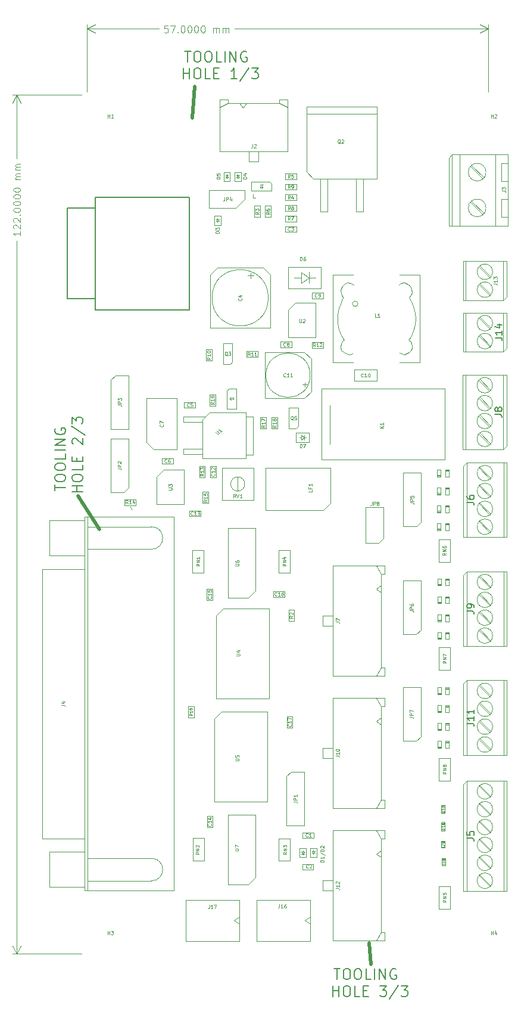
<source format=gbr>
%TF.GenerationSoftware,KiCad,Pcbnew,(6.0.4-0)*%
%TF.CreationDate,2022-07-09T18:46:11+12:00*%
%TF.ProjectId,controller,636f6e74-726f-46c6-9c65-722e6b696361,3.1*%
%TF.SameCoordinates,PX324e6b0PYa469d80*%
%TF.FileFunction,AssemblyDrawing,Top*%
%FSLAX46Y46*%
G04 Gerber Fmt 4.6, Leading zero omitted, Abs format (unit mm)*
G04 Created by KiCad (PCBNEW (6.0.4-0)) date 2022-07-09 18:46:11*
%MOMM*%
%LPD*%
G01*
G04 APERTURE LIST*
%ADD10C,0.100000*%
%ADD11C,0.500000*%
%ADD12C,0.200000*%
%ADD13C,0.125000*%
%ADD14C,0.080000*%
%ADD15C,0.150000*%
%ADD16C,0.050000*%
%ADD17C,0.060000*%
%ADD18C,0.127000*%
G04 APERTURE END LIST*
D10*
X28550000Y112900000D02*
X28550000Y112400000D01*
D11*
X45100000Y6550000D02*
X45350000Y3550000D01*
D10*
X28550000Y112400000D02*
X28950000Y112400000D01*
D11*
X3700000Y70025000D02*
X6700000Y65350000D01*
X20290000Y128190000D02*
X19910000Y123760000D01*
D10*
X11292000Y68114000D02*
X11150000Y68538000D01*
D12*
X421071Y70828572D02*
X421071Y71685715D01*
X1921071Y71257143D02*
X421071Y71257143D01*
X421071Y72471429D02*
X421071Y72757143D01*
X492500Y72900000D01*
X635357Y73042858D01*
X921071Y73114286D01*
X1421071Y73114286D01*
X1706785Y73042858D01*
X1849642Y72900000D01*
X1921071Y72757143D01*
X1921071Y72471429D01*
X1849642Y72328572D01*
X1706785Y72185715D01*
X1421071Y72114286D01*
X921071Y72114286D01*
X635357Y72185715D01*
X492500Y72328572D01*
X421071Y72471429D01*
X421071Y74042858D02*
X421071Y74328572D01*
X492500Y74471429D01*
X635357Y74614286D01*
X921071Y74685715D01*
X1421071Y74685715D01*
X1706785Y74614286D01*
X1849642Y74471429D01*
X1921071Y74328572D01*
X1921071Y74042858D01*
X1849642Y73900000D01*
X1706785Y73757143D01*
X1421071Y73685715D01*
X921071Y73685715D01*
X635357Y73757143D01*
X492500Y73900000D01*
X421071Y74042858D01*
X1921071Y76042858D02*
X1921071Y75328572D01*
X421071Y75328572D01*
X1921071Y76542858D02*
X421071Y76542858D01*
X1921071Y77257143D02*
X421071Y77257143D01*
X1921071Y78114286D01*
X421071Y78114286D01*
X492500Y79614286D02*
X421071Y79471429D01*
X421071Y79257143D01*
X492500Y79042858D01*
X635357Y78900000D01*
X778214Y78828572D01*
X1063928Y78757143D01*
X1278214Y78757143D01*
X1563928Y78828572D01*
X1706785Y78900000D01*
X1849642Y79042858D01*
X1921071Y79257143D01*
X1921071Y79400000D01*
X1849642Y79614286D01*
X1778214Y79685715D01*
X1278214Y79685715D01*
X1278214Y79400000D01*
X4336071Y70614286D02*
X2836071Y70614286D01*
X3550357Y70614286D02*
X3550357Y71471429D01*
X4336071Y71471429D02*
X2836071Y71471429D01*
X2836071Y72471429D02*
X2836071Y72757143D01*
X2907500Y72900000D01*
X3050357Y73042858D01*
X3336071Y73114286D01*
X3836071Y73114286D01*
X4121785Y73042858D01*
X4264642Y72900000D01*
X4336071Y72757143D01*
X4336071Y72471429D01*
X4264642Y72328572D01*
X4121785Y72185715D01*
X3836071Y72114286D01*
X3336071Y72114286D01*
X3050357Y72185715D01*
X2907500Y72328572D01*
X2836071Y72471429D01*
X4336071Y74471429D02*
X4336071Y73757143D01*
X2836071Y73757143D01*
X3550357Y74971429D02*
X3550357Y75471429D01*
X4336071Y75685715D02*
X4336071Y74971429D01*
X2836071Y74971429D01*
X2836071Y75685715D01*
X2978928Y77400000D02*
X2907500Y77471429D01*
X2836071Y77614286D01*
X2836071Y77971429D01*
X2907500Y78114286D01*
X2978928Y78185715D01*
X3121785Y78257143D01*
X3264642Y78257143D01*
X3478928Y78185715D01*
X4336071Y77328572D01*
X4336071Y78257143D01*
X2764642Y79971429D02*
X4693214Y78685715D01*
X2836071Y80328572D02*
X2836071Y81257143D01*
X3407500Y80757143D01*
X3407500Y80971429D01*
X3478928Y81114286D01*
X3550357Y81185715D01*
X3693214Y81257143D01*
X4050357Y81257143D01*
X4193214Y81185715D01*
X4264642Y81114286D01*
X4336071Y80971429D01*
X4336071Y80542858D01*
X4264642Y80400000D01*
X4193214Y80328572D01*
X18878571Y133228929D02*
X19735714Y133228929D01*
X19307142Y131728929D02*
X19307142Y133228929D01*
X20521428Y133228929D02*
X20807142Y133228929D01*
X20950000Y133157500D01*
X21092857Y133014643D01*
X21164285Y132728929D01*
X21164285Y132228929D01*
X21092857Y131943215D01*
X20950000Y131800358D01*
X20807142Y131728929D01*
X20521428Y131728929D01*
X20378571Y131800358D01*
X20235714Y131943215D01*
X20164285Y132228929D01*
X20164285Y132728929D01*
X20235714Y133014643D01*
X20378571Y133157500D01*
X20521428Y133228929D01*
X22092857Y133228929D02*
X22378571Y133228929D01*
X22521428Y133157500D01*
X22664285Y133014643D01*
X22735714Y132728929D01*
X22735714Y132228929D01*
X22664285Y131943215D01*
X22521428Y131800358D01*
X22378571Y131728929D01*
X22092857Y131728929D01*
X21950000Y131800358D01*
X21807142Y131943215D01*
X21735714Y132228929D01*
X21735714Y132728929D01*
X21807142Y133014643D01*
X21950000Y133157500D01*
X22092857Y133228929D01*
X24092857Y131728929D02*
X23378571Y131728929D01*
X23378571Y133228929D01*
X24592857Y131728929D02*
X24592857Y133228929D01*
X25307142Y131728929D02*
X25307142Y133228929D01*
X26164285Y131728929D01*
X26164285Y133228929D01*
X27664285Y133157500D02*
X27521428Y133228929D01*
X27307142Y133228929D01*
X27092857Y133157500D01*
X26950000Y133014643D01*
X26878571Y132871786D01*
X26807142Y132586072D01*
X26807142Y132371786D01*
X26878571Y132086072D01*
X26950000Y131943215D01*
X27092857Y131800358D01*
X27307142Y131728929D01*
X27450000Y131728929D01*
X27664285Y131800358D01*
X27735714Y131871786D01*
X27735714Y132371786D01*
X27450000Y132371786D01*
X18664285Y129313929D02*
X18664285Y130813929D01*
X18664285Y130099643D02*
X19521428Y130099643D01*
X19521428Y129313929D02*
X19521428Y130813929D01*
X20521428Y130813929D02*
X20807142Y130813929D01*
X20950000Y130742500D01*
X21092857Y130599643D01*
X21164285Y130313929D01*
X21164285Y129813929D01*
X21092857Y129528215D01*
X20950000Y129385358D01*
X20807142Y129313929D01*
X20521428Y129313929D01*
X20378571Y129385358D01*
X20235714Y129528215D01*
X20164285Y129813929D01*
X20164285Y130313929D01*
X20235714Y130599643D01*
X20378571Y130742500D01*
X20521428Y130813929D01*
X22521428Y129313929D02*
X21807142Y129313929D01*
X21807142Y130813929D01*
X23021428Y130099643D02*
X23521428Y130099643D01*
X23735714Y129313929D02*
X23021428Y129313929D01*
X23021428Y130813929D01*
X23735714Y130813929D01*
X26307142Y129313929D02*
X25450000Y129313929D01*
X25878571Y129313929D02*
X25878571Y130813929D01*
X25735714Y130599643D01*
X25592857Y130456786D01*
X25450000Y130385358D01*
X28021428Y130885358D02*
X26735714Y128956786D01*
X28378571Y130813929D02*
X29307142Y130813929D01*
X28807142Y130242500D01*
X29021428Y130242500D01*
X29164285Y130171072D01*
X29235714Y130099643D01*
X29307142Y129956786D01*
X29307142Y129599643D01*
X29235714Y129456786D01*
X29164285Y129385358D01*
X29021428Y129313929D01*
X28592857Y129313929D01*
X28450000Y129385358D01*
X28378571Y129456786D01*
X40128571Y2878929D02*
X40985714Y2878929D01*
X40557142Y1378929D02*
X40557142Y2878929D01*
X41771428Y2878929D02*
X42057142Y2878929D01*
X42200000Y2807500D01*
X42342857Y2664643D01*
X42414285Y2378929D01*
X42414285Y1878929D01*
X42342857Y1593215D01*
X42200000Y1450358D01*
X42057142Y1378929D01*
X41771428Y1378929D01*
X41628571Y1450358D01*
X41485714Y1593215D01*
X41414285Y1878929D01*
X41414285Y2378929D01*
X41485714Y2664643D01*
X41628571Y2807500D01*
X41771428Y2878929D01*
X43342857Y2878929D02*
X43628571Y2878929D01*
X43771428Y2807500D01*
X43914285Y2664643D01*
X43985714Y2378929D01*
X43985714Y1878929D01*
X43914285Y1593215D01*
X43771428Y1450358D01*
X43628571Y1378929D01*
X43342857Y1378929D01*
X43200000Y1450358D01*
X43057142Y1593215D01*
X42985714Y1878929D01*
X42985714Y2378929D01*
X43057142Y2664643D01*
X43200000Y2807500D01*
X43342857Y2878929D01*
X45342857Y1378929D02*
X44628571Y1378929D01*
X44628571Y2878929D01*
X45842857Y1378929D02*
X45842857Y2878929D01*
X46557142Y1378929D02*
X46557142Y2878929D01*
X47414285Y1378929D01*
X47414285Y2878929D01*
X48914285Y2807500D02*
X48771428Y2878929D01*
X48557142Y2878929D01*
X48342857Y2807500D01*
X48200000Y2664643D01*
X48128571Y2521786D01*
X48057142Y2236072D01*
X48057142Y2021786D01*
X48128571Y1736072D01*
X48200000Y1593215D01*
X48342857Y1450358D01*
X48557142Y1378929D01*
X48700000Y1378929D01*
X48914285Y1450358D01*
X48985714Y1521786D01*
X48985714Y2021786D01*
X48700000Y2021786D01*
X39914285Y-1036071D02*
X39914285Y463929D01*
X39914285Y-250357D02*
X40771428Y-250357D01*
X40771428Y-1036071D02*
X40771428Y463929D01*
X41771428Y463929D02*
X42057142Y463929D01*
X42200000Y392500D01*
X42342857Y249643D01*
X42414285Y-36071D01*
X42414285Y-536071D01*
X42342857Y-821785D01*
X42200000Y-964642D01*
X42057142Y-1036071D01*
X41771428Y-1036071D01*
X41628571Y-964642D01*
X41485714Y-821785D01*
X41414285Y-536071D01*
X41414285Y-36071D01*
X41485714Y249643D01*
X41628571Y392500D01*
X41771428Y463929D01*
X43771428Y-1036071D02*
X43057142Y-1036071D01*
X43057142Y463929D01*
X44271428Y-250357D02*
X44771428Y-250357D01*
X44985714Y-1036071D02*
X44271428Y-1036071D01*
X44271428Y463929D01*
X44985714Y463929D01*
X46628571Y463929D02*
X47557142Y463929D01*
X47057142Y-107500D01*
X47271428Y-107500D01*
X47414285Y-178928D01*
X47485714Y-250357D01*
X47557142Y-393214D01*
X47557142Y-750357D01*
X47485714Y-893214D01*
X47414285Y-964642D01*
X47271428Y-1036071D01*
X46842857Y-1036071D01*
X46700000Y-964642D01*
X46628571Y-893214D01*
X49271428Y535358D02*
X47985714Y-1393214D01*
X49628571Y463929D02*
X50557142Y463929D01*
X50057142Y-107500D01*
X50271428Y-107500D01*
X50414285Y-178928D01*
X50485714Y-250357D01*
X50557142Y-393214D01*
X50557142Y-750357D01*
X50485714Y-893214D01*
X50414285Y-964642D01*
X50271428Y-1036071D01*
X49842857Y-1036071D01*
X49700000Y-964642D01*
X49628571Y-893214D01*
D13*
X-4497620Y107626191D02*
X-4497620Y107054762D01*
X-4497620Y107340477D02*
X-5497620Y107340477D01*
X-5354762Y107245239D01*
X-5259524Y107150000D01*
X-5211905Y107054762D01*
X-5402381Y108007143D02*
X-5450000Y108054762D01*
X-5497620Y108150000D01*
X-5497620Y108388096D01*
X-5450000Y108483334D01*
X-5402381Y108530953D01*
X-5307143Y108578572D01*
X-5211905Y108578572D01*
X-5069048Y108530953D01*
X-4497620Y107959524D01*
X-4497620Y108578572D01*
X-5402381Y108959524D02*
X-5450000Y109007143D01*
X-5497620Y109102381D01*
X-5497620Y109340477D01*
X-5450000Y109435715D01*
X-5402381Y109483334D01*
X-5307143Y109530953D01*
X-5211905Y109530953D01*
X-5069048Y109483334D01*
X-4497620Y108911905D01*
X-4497620Y109530953D01*
X-4592858Y109959524D02*
X-4545239Y110007143D01*
X-4497620Y109959524D01*
X-4545239Y109911905D01*
X-4592858Y109959524D01*
X-4497620Y109959524D01*
X-5497620Y110626191D02*
X-5497620Y110721429D01*
X-5450000Y110816667D01*
X-5402381Y110864286D01*
X-5307143Y110911905D01*
X-5116667Y110959524D01*
X-4878572Y110959524D01*
X-4688096Y110911905D01*
X-4592858Y110864286D01*
X-4545239Y110816667D01*
X-4497620Y110721429D01*
X-4497620Y110626191D01*
X-4545239Y110530953D01*
X-4592858Y110483334D01*
X-4688096Y110435715D01*
X-4878572Y110388096D01*
X-5116667Y110388096D01*
X-5307143Y110435715D01*
X-5402381Y110483334D01*
X-5450000Y110530953D01*
X-5497620Y110626191D01*
X-5497620Y111578572D02*
X-5497620Y111673810D01*
X-5450000Y111769048D01*
X-5402381Y111816667D01*
X-5307143Y111864286D01*
X-5116667Y111911905D01*
X-4878572Y111911905D01*
X-4688096Y111864286D01*
X-4592858Y111816667D01*
X-4545239Y111769048D01*
X-4497620Y111673810D01*
X-4497620Y111578572D01*
X-4545239Y111483334D01*
X-4592858Y111435715D01*
X-4688096Y111388096D01*
X-4878572Y111340477D01*
X-5116667Y111340477D01*
X-5307143Y111388096D01*
X-5402381Y111435715D01*
X-5450000Y111483334D01*
X-5497620Y111578572D01*
X-5497620Y112530953D02*
X-5497620Y112626191D01*
X-5450000Y112721429D01*
X-5402381Y112769048D01*
X-5307143Y112816667D01*
X-5116667Y112864286D01*
X-4878572Y112864286D01*
X-4688096Y112816667D01*
X-4592858Y112769048D01*
X-4545239Y112721429D01*
X-4497620Y112626191D01*
X-4497620Y112530953D01*
X-4545239Y112435715D01*
X-4592858Y112388096D01*
X-4688096Y112340477D01*
X-4878572Y112292858D01*
X-5116667Y112292858D01*
X-5307143Y112340477D01*
X-5402381Y112388096D01*
X-5450000Y112435715D01*
X-5497620Y112530953D01*
X-5497620Y113483334D02*
X-5497620Y113578572D01*
X-5450000Y113673810D01*
X-5402381Y113721429D01*
X-5307143Y113769048D01*
X-5116667Y113816667D01*
X-4878572Y113816667D01*
X-4688096Y113769048D01*
X-4592858Y113721429D01*
X-4545239Y113673810D01*
X-4497620Y113578572D01*
X-4497620Y113483334D01*
X-4545239Y113388096D01*
X-4592858Y113340477D01*
X-4688096Y113292858D01*
X-4878572Y113245239D01*
X-5116667Y113245239D01*
X-5307143Y113292858D01*
X-5402381Y113340477D01*
X-5450000Y113388096D01*
X-5497620Y113483334D01*
X-4497620Y115007143D02*
X-5164286Y115007143D01*
X-5069048Y115007143D02*
X-5116667Y115054762D01*
X-5164286Y115150000D01*
X-5164286Y115292858D01*
X-5116667Y115388096D01*
X-5021429Y115435715D01*
X-4497620Y115435715D01*
X-5021429Y115435715D02*
X-5116667Y115483334D01*
X-5164286Y115578572D01*
X-5164286Y115721429D01*
X-5116667Y115816667D01*
X-5021429Y115864286D01*
X-4497620Y115864286D01*
X-4497620Y116340477D02*
X-5164286Y116340477D01*
X-5069048Y116340477D02*
X-5116667Y116388096D01*
X-5164286Y116483334D01*
X-5164286Y116626191D01*
X-5116667Y116721429D01*
X-5021429Y116769048D01*
X-4497620Y116769048D01*
X-5021429Y116769048D02*
X-5116667Y116816667D01*
X-5164286Y116911905D01*
X-5164286Y117054762D01*
X-5116667Y117150000D01*
X-5021429Y117197620D01*
X-4497620Y117197620D01*
D10*
X4200000Y127000000D02*
X-5586420Y127000000D01*
X-5586420Y5000000D02*
X4200000Y5000000D01*
X-5000000Y127000000D02*
X-5000000Y117998215D01*
X-5000000Y106301786D02*
X-5000000Y5000000D01*
X-5000000Y127000000D02*
X-5586421Y125873496D01*
X-5000000Y127000000D02*
X-4413579Y125873496D01*
X-5000000Y5000000D02*
X-4413579Y6126504D01*
X-5000000Y5000000D02*
X-5586421Y6126504D01*
D13*
X16458096Y136873424D02*
X15981906Y136873424D01*
X15934287Y136397233D01*
X15981906Y136444852D01*
X16077144Y136492471D01*
X16315239Y136492471D01*
X16410477Y136444852D01*
X16458096Y136397233D01*
X16505715Y136301995D01*
X16505715Y136063900D01*
X16458096Y135968662D01*
X16410477Y135921043D01*
X16315239Y135873424D01*
X16077144Y135873424D01*
X15981906Y135921043D01*
X15934287Y135968662D01*
X16839049Y136873424D02*
X17505715Y136873424D01*
X17077144Y135873424D01*
X17886668Y135968662D02*
X17934287Y135921043D01*
X17886668Y135873424D01*
X17839049Y135921043D01*
X17886668Y135968662D01*
X17886668Y135873424D01*
X18553335Y136873424D02*
X18648573Y136873424D01*
X18743811Y136825804D01*
X18791430Y136778185D01*
X18839049Y136682947D01*
X18886668Y136492471D01*
X18886668Y136254376D01*
X18839049Y136063900D01*
X18791430Y135968662D01*
X18743811Y135921043D01*
X18648573Y135873424D01*
X18553335Y135873424D01*
X18458096Y135921043D01*
X18410477Y135968662D01*
X18362858Y136063900D01*
X18315239Y136254376D01*
X18315239Y136492471D01*
X18362858Y136682947D01*
X18410477Y136778185D01*
X18458096Y136825804D01*
X18553335Y136873424D01*
X19505715Y136873424D02*
X19600954Y136873424D01*
X19696192Y136825804D01*
X19743811Y136778185D01*
X19791430Y136682947D01*
X19839049Y136492471D01*
X19839049Y136254376D01*
X19791430Y136063900D01*
X19743811Y135968662D01*
X19696192Y135921043D01*
X19600954Y135873424D01*
X19505715Y135873424D01*
X19410477Y135921043D01*
X19362858Y135968662D01*
X19315239Y136063900D01*
X19267620Y136254376D01*
X19267620Y136492471D01*
X19315239Y136682947D01*
X19362858Y136778185D01*
X19410477Y136825804D01*
X19505715Y136873424D01*
X20458096Y136873424D02*
X20553335Y136873424D01*
X20648573Y136825804D01*
X20696192Y136778185D01*
X20743811Y136682947D01*
X20791430Y136492471D01*
X20791430Y136254376D01*
X20743811Y136063900D01*
X20696192Y135968662D01*
X20648573Y135921043D01*
X20553335Y135873424D01*
X20458096Y135873424D01*
X20362858Y135921043D01*
X20315239Y135968662D01*
X20267620Y136063900D01*
X20220001Y136254376D01*
X20220001Y136492471D01*
X20267620Y136682947D01*
X20315239Y136778185D01*
X20362858Y136825804D01*
X20458096Y136873424D01*
X21410477Y136873424D02*
X21505715Y136873424D01*
X21600954Y136825804D01*
X21648573Y136778185D01*
X21696192Y136682947D01*
X21743811Y136492471D01*
X21743811Y136254376D01*
X21696192Y136063900D01*
X21648573Y135968662D01*
X21600954Y135921043D01*
X21505715Y135873424D01*
X21410477Y135873424D01*
X21315239Y135921043D01*
X21267620Y135968662D01*
X21220001Y136063900D01*
X21172382Y136254376D01*
X21172382Y136492471D01*
X21220001Y136682947D01*
X21267620Y136778185D01*
X21315239Y136825804D01*
X21410477Y136873424D01*
X22934287Y135873424D02*
X22934287Y136540090D01*
X22934287Y136444852D02*
X22981906Y136492471D01*
X23077144Y136540090D01*
X23220001Y136540090D01*
X23315239Y136492471D01*
X23362858Y136397233D01*
X23362858Y135873424D01*
X23362858Y136397233D02*
X23410477Y136492471D01*
X23505715Y136540090D01*
X23648573Y136540090D01*
X23743811Y136492471D01*
X23791430Y136397233D01*
X23791430Y135873424D01*
X24267620Y135873424D02*
X24267620Y136540090D01*
X24267620Y136444852D02*
X24315239Y136492471D01*
X24410477Y136540090D01*
X24553335Y136540090D01*
X24648573Y136492471D01*
X24696192Y136397233D01*
X24696192Y135873424D01*
X24696192Y136397233D02*
X24743811Y136492471D01*
X24839049Y136540090D01*
X24981906Y136540090D01*
X25077144Y136492471D01*
X25124763Y136397233D01*
X25124763Y135873424D01*
D10*
X5000000Y127500000D02*
X5000000Y137036420D01*
X62000000Y137036420D02*
X62000000Y127500000D01*
X5000000Y136450000D02*
X15181311Y136450000D01*
X25925359Y136450000D02*
X62000000Y136450000D01*
X5000000Y136450000D02*
X6126504Y135863579D01*
X5000000Y136450000D02*
X6126504Y137036421D01*
X62000000Y136450000D02*
X60873496Y137036421D01*
X62000000Y136450000D02*
X60873496Y135863579D01*
D14*
%TO.C,JP7*%
X50876190Y38648334D02*
X51233333Y38648334D01*
X51304761Y38624524D01*
X51352380Y38576905D01*
X51376190Y38505477D01*
X51376190Y38457858D01*
X51376190Y38886429D02*
X50876190Y38886429D01*
X50876190Y39076905D01*
X50900000Y39124524D01*
X50923809Y39148334D01*
X50971428Y39172143D01*
X51042857Y39172143D01*
X51090476Y39148334D01*
X51114285Y39124524D01*
X51138095Y39076905D01*
X51138095Y38886429D01*
X50876190Y39338810D02*
X50876190Y39672143D01*
X51376190Y39457858D01*
%TO.C,L1*%
X46166666Y95423810D02*
X45928571Y95423810D01*
X45928571Y95923810D01*
X46595238Y95423810D02*
X46309523Y95423810D01*
X46452380Y95423810D02*
X46452380Y95923810D01*
X46404761Y95852381D01*
X46357142Y95804762D01*
X46309523Y95780953D01*
%TO.C,C8*%
X33216666Y91371429D02*
X33192857Y91347620D01*
X33121428Y91323810D01*
X33073809Y91323810D01*
X33002380Y91347620D01*
X32954761Y91395239D01*
X32930952Y91442858D01*
X32907142Y91538096D01*
X32907142Y91609524D01*
X32930952Y91704762D01*
X32954761Y91752381D01*
X33002380Y91800000D01*
X33073809Y91823810D01*
X33121428Y91823810D01*
X33192857Y91800000D01*
X33216666Y91776191D01*
X33502380Y91609524D02*
X33454761Y91633334D01*
X33430952Y91657143D01*
X33407142Y91704762D01*
X33407142Y91728572D01*
X33430952Y91776191D01*
X33454761Y91800000D01*
X33502380Y91823810D01*
X33597619Y91823810D01*
X33645238Y91800000D01*
X33669047Y91776191D01*
X33692857Y91728572D01*
X33692857Y91704762D01*
X33669047Y91657143D01*
X33645238Y91633334D01*
X33597619Y91609524D01*
X33502380Y91609524D01*
X33454761Y91585715D01*
X33430952Y91561905D01*
X33407142Y91514286D01*
X33407142Y91419048D01*
X33430952Y91371429D01*
X33454761Y91347620D01*
X33502380Y91323810D01*
X33597619Y91323810D01*
X33645238Y91347620D01*
X33669047Y91371429D01*
X33692857Y91419048D01*
X33692857Y91514286D01*
X33669047Y91561905D01*
X33645238Y91585715D01*
X33597619Y91609524D01*
%TO.C,C1*%
X36366666Y21671429D02*
X36342857Y21647620D01*
X36271428Y21623810D01*
X36223809Y21623810D01*
X36152380Y21647620D01*
X36104761Y21695239D01*
X36080952Y21742858D01*
X36057142Y21838096D01*
X36057142Y21909524D01*
X36080952Y22004762D01*
X36104761Y22052381D01*
X36152380Y22100000D01*
X36223809Y22123810D01*
X36271428Y22123810D01*
X36342857Y22100000D01*
X36366666Y22076191D01*
X36842857Y21623810D02*
X36557142Y21623810D01*
X36700000Y21623810D02*
X36700000Y22123810D01*
X36652380Y22052381D01*
X36604761Y22004762D01*
X36557142Y21980953D01*
%TO.C,J12*%
X40337190Y14305239D02*
X40694333Y14305239D01*
X40765761Y14281429D01*
X40813380Y14233810D01*
X40837190Y14162381D01*
X40837190Y14114762D01*
X40837190Y14805239D02*
X40837190Y14519524D01*
X40837190Y14662381D02*
X40337190Y14662381D01*
X40408619Y14614762D01*
X40456238Y14567143D01*
X40480047Y14519524D01*
X40384809Y14995715D02*
X40361000Y15019524D01*
X40337190Y15067143D01*
X40337190Y15186191D01*
X40361000Y15233810D01*
X40384809Y15257620D01*
X40432428Y15281429D01*
X40480047Y15281429D01*
X40551476Y15257620D01*
X40837190Y14971905D01*
X40837190Y15281429D01*
%TO.C,RN1*%
X21001190Y60404762D02*
X20763095Y60238096D01*
X21001190Y60119048D02*
X20501190Y60119048D01*
X20501190Y60309524D01*
X20525000Y60357143D01*
X20548809Y60380953D01*
X20596428Y60404762D01*
X20667857Y60404762D01*
X20715476Y60380953D01*
X20739285Y60357143D01*
X20763095Y60309524D01*
X20763095Y60119048D01*
X21001190Y60619048D02*
X20501190Y60619048D01*
X21001190Y60904762D01*
X20501190Y60904762D01*
X21001190Y61404762D02*
X21001190Y61119048D01*
X21001190Y61261905D02*
X20501190Y61261905D01*
X20572619Y61214286D01*
X20620238Y61166667D01*
X20644047Y61119048D01*
%TO.C,R13*%
X21576190Y73178572D02*
X21338095Y73011905D01*
X21576190Y72892858D02*
X21076190Y72892858D01*
X21076190Y73083334D01*
X21100000Y73130953D01*
X21123809Y73154762D01*
X21171428Y73178572D01*
X21242857Y73178572D01*
X21290476Y73154762D01*
X21314285Y73130953D01*
X21338095Y73083334D01*
X21338095Y72892858D01*
X21576190Y73654762D02*
X21576190Y73369048D01*
X21576190Y73511905D02*
X21076190Y73511905D01*
X21147619Y73464286D01*
X21195238Y73416667D01*
X21219047Y73369048D01*
X21076190Y73821429D02*
X21076190Y74130953D01*
X21266666Y73964286D01*
X21266666Y74035715D01*
X21290476Y74083334D01*
X21314285Y74107143D01*
X21361904Y74130953D01*
X21480952Y74130953D01*
X21528571Y74107143D01*
X21552380Y74083334D01*
X21576190Y74035715D01*
X21576190Y73892858D01*
X21552380Y73845239D01*
X21528571Y73821429D01*
%TO.C,R12*%
X37428571Y91273810D02*
X37261904Y91511905D01*
X37142857Y91273810D02*
X37142857Y91773810D01*
X37333333Y91773810D01*
X37380952Y91750000D01*
X37404761Y91726191D01*
X37428571Y91678572D01*
X37428571Y91607143D01*
X37404761Y91559524D01*
X37380952Y91535715D01*
X37333333Y91511905D01*
X37142857Y91511905D01*
X37904761Y91273810D02*
X37619047Y91273810D01*
X37761904Y91273810D02*
X37761904Y91773810D01*
X37714285Y91702381D01*
X37666666Y91654762D01*
X37619047Y91630953D01*
X38095238Y91726191D02*
X38119047Y91750000D01*
X38166666Y91773810D01*
X38285714Y91773810D01*
X38333333Y91750000D01*
X38357142Y91726191D01*
X38380952Y91678572D01*
X38380952Y91630953D01*
X38357142Y91559524D01*
X38071428Y91273810D01*
X38380952Y91273810D01*
%TO.C,R6*%
X30932990Y110369467D02*
X30694895Y110202800D01*
X30932990Y110083753D02*
X30432990Y110083753D01*
X30432990Y110274229D01*
X30456800Y110321848D01*
X30480609Y110345658D01*
X30528228Y110369467D01*
X30599657Y110369467D01*
X30647276Y110345658D01*
X30671085Y110321848D01*
X30694895Y110274229D01*
X30694895Y110083753D01*
X30432990Y110798039D02*
X30432990Y110702800D01*
X30456800Y110655181D01*
X30480609Y110631372D01*
X30552038Y110583753D01*
X30647276Y110559943D01*
X30837752Y110559943D01*
X30885371Y110583753D01*
X30909180Y110607562D01*
X30932990Y110655181D01*
X30932990Y110750420D01*
X30909180Y110798039D01*
X30885371Y110821848D01*
X30837752Y110845658D01*
X30718704Y110845658D01*
X30671085Y110821848D01*
X30647276Y110798039D01*
X30623466Y110750420D01*
X30623466Y110655181D01*
X30647276Y110607562D01*
X30671085Y110583753D01*
X30718704Y110559943D01*
%TO.C,JP4*%
X24543133Y112500610D02*
X24543133Y112143467D01*
X24519323Y112072039D01*
X24471704Y112024420D01*
X24400276Y112000610D01*
X24352657Y112000610D01*
X24781228Y112000610D02*
X24781228Y112500610D01*
X24971704Y112500610D01*
X25019323Y112476800D01*
X25043133Y112452991D01*
X25066942Y112405372D01*
X25066942Y112333943D01*
X25043133Y112286324D01*
X25019323Y112262515D01*
X24971704Y112238705D01*
X24781228Y112238705D01*
X25495514Y112333943D02*
X25495514Y112000610D01*
X25376466Y112524420D02*
X25257419Y112167277D01*
X25566942Y112167277D01*
%TO.C,J3*%
X64000190Y113381334D02*
X64357333Y113381334D01*
X64428761Y113357524D01*
X64476380Y113309905D01*
X64500190Y113238477D01*
X64500190Y113190858D01*
X64000190Y113571810D02*
X64000190Y113881334D01*
X64190666Y113714667D01*
X64190666Y113786096D01*
X64214476Y113833715D01*
X64238285Y113857524D01*
X64285904Y113881334D01*
X64404952Y113881334D01*
X64452571Y113857524D01*
X64476380Y113833715D01*
X64500190Y113786096D01*
X64500190Y113643239D01*
X64476380Y113595620D01*
X64452571Y113571810D01*
%TO.C,D3*%
X23751190Y107405953D02*
X23251190Y107405953D01*
X23251190Y107525000D01*
X23275000Y107596429D01*
X23322619Y107644048D01*
X23370238Y107667858D01*
X23465476Y107691667D01*
X23536904Y107691667D01*
X23632142Y107667858D01*
X23679761Y107644048D01*
X23727380Y107596429D01*
X23751190Y107525000D01*
X23751190Y107405953D01*
X23251190Y107858334D02*
X23251190Y108167858D01*
X23441666Y108001191D01*
X23441666Y108072620D01*
X23465476Y108120239D01*
X23489285Y108144048D01*
X23536904Y108167858D01*
X23655952Y108167858D01*
X23703571Y108144048D01*
X23727380Y108120239D01*
X23751190Y108072620D01*
X23751190Y107929762D01*
X23727380Y107882143D01*
X23703571Y107858334D01*
%TO.C,J2*%
X28508333Y120019810D02*
X28508333Y119662667D01*
X28484523Y119591239D01*
X28436904Y119543620D01*
X28365476Y119519810D01*
X28317857Y119519810D01*
X28722619Y119972191D02*
X28746428Y119996000D01*
X28794047Y120019810D01*
X28913095Y120019810D01*
X28960714Y119996000D01*
X28984523Y119972191D01*
X29008333Y119924572D01*
X29008333Y119876953D01*
X28984523Y119805524D01*
X28698809Y119519810D01*
X29008333Y119519810D01*
%TO.C,D8*%
X55926190Y17730953D02*
X55426190Y17730953D01*
X55426190Y17850000D01*
X55450000Y17921429D01*
X55497619Y17969048D01*
X55545238Y17992858D01*
X55640476Y18016667D01*
X55711904Y18016667D01*
X55807142Y17992858D01*
X55854761Y17969048D01*
X55902380Y17921429D01*
X55926190Y17850000D01*
X55926190Y17730953D01*
X55640476Y18302381D02*
X55616666Y18254762D01*
X55592857Y18230953D01*
X55545238Y18207143D01*
X55521428Y18207143D01*
X55473809Y18230953D01*
X55450000Y18254762D01*
X55426190Y18302381D01*
X55426190Y18397620D01*
X55450000Y18445239D01*
X55473809Y18469048D01*
X55521428Y18492858D01*
X55545238Y18492858D01*
X55592857Y18469048D01*
X55616666Y18445239D01*
X55640476Y18397620D01*
X55640476Y18302381D01*
X55664285Y18254762D01*
X55688095Y18230953D01*
X55735714Y18207143D01*
X55830952Y18207143D01*
X55878571Y18230953D01*
X55902380Y18254762D01*
X55926190Y18302381D01*
X55926190Y18397620D01*
X55902380Y18445239D01*
X55878571Y18469048D01*
X55830952Y18492858D01*
X55735714Y18492858D01*
X55688095Y18469048D01*
X55664285Y18445239D01*
X55640476Y18397620D01*
%TO.C,RV1*%
X26102380Y69823810D02*
X25935714Y70061905D01*
X25816666Y69823810D02*
X25816666Y70323810D01*
X26007142Y70323810D01*
X26054761Y70300000D01*
X26078571Y70276191D01*
X26102380Y70228572D01*
X26102380Y70157143D01*
X26078571Y70109524D01*
X26054761Y70085715D01*
X26007142Y70061905D01*
X25816666Y70061905D01*
X26245238Y70323810D02*
X26411904Y69823810D01*
X26578571Y70323810D01*
X27007142Y69823810D02*
X26721428Y69823810D01*
X26864285Y69823810D02*
X26864285Y70323810D01*
X26816666Y70252381D01*
X26769047Y70204762D01*
X26721428Y70180953D01*
D15*
%TO.C,J14*%
X63002380Y92510477D02*
X63716666Y92510477D01*
X63859523Y92462858D01*
X63954761Y92367620D01*
X64002380Y92224762D01*
X64002380Y92129524D01*
X64002380Y93510477D02*
X64002380Y92939048D01*
X64002380Y93224762D02*
X63002380Y93224762D01*
X63145238Y93129524D01*
X63240476Y93034286D01*
X63288095Y92939048D01*
X63335714Y94367620D02*
X64002380Y94367620D01*
X62954761Y94129524D02*
X63669047Y93891429D01*
X63669047Y94510477D01*
D14*
%TO.C,R17*%
X30265705Y80088108D02*
X30027610Y79921441D01*
X30265705Y79802394D02*
X29765705Y79802394D01*
X29765705Y79992870D01*
X29789515Y80040489D01*
X29813324Y80064298D01*
X29860943Y80088108D01*
X29932372Y80088108D01*
X29979991Y80064298D01*
X30003800Y80040489D01*
X30027610Y79992870D01*
X30027610Y79802394D01*
X30265705Y80564298D02*
X30265705Y80278584D01*
X30265705Y80421441D02*
X29765705Y80421441D01*
X29837134Y80373822D01*
X29884753Y80326203D01*
X29908562Y80278584D01*
X29765705Y80730965D02*
X29765705Y81064298D01*
X30265705Y80850013D01*
%TO.C,U5*%
X26068630Y32447608D02*
X26473392Y32447608D01*
X26521011Y32471418D01*
X26544820Y32495227D01*
X26568630Y32542846D01*
X26568630Y32638084D01*
X26544820Y32685703D01*
X26521011Y32709513D01*
X26473392Y32733322D01*
X26068630Y32733322D01*
X26068630Y33209513D02*
X26068630Y32971418D01*
X26306725Y32947608D01*
X26282916Y32971418D01*
X26259106Y33019037D01*
X26259106Y33138084D01*
X26282916Y33185703D01*
X26306725Y33209513D01*
X26354344Y33233322D01*
X26473392Y33233322D01*
X26521011Y33209513D01*
X26544820Y33185703D01*
X26568630Y33138084D01*
X26568630Y33019037D01*
X26544820Y32971418D01*
X26521011Y32947608D01*
D16*
%TO.C,Q4*%
X25489523Y83704762D02*
X25459047Y83720000D01*
X25428571Y83750477D01*
X25382857Y83796191D01*
X25352380Y83811429D01*
X25321904Y83811429D01*
X25337142Y83735239D02*
X25306666Y83750477D01*
X25276190Y83780953D01*
X25260952Y83841905D01*
X25260952Y83948572D01*
X25276190Y84009524D01*
X25306666Y84040000D01*
X25337142Y84055239D01*
X25398095Y84055239D01*
X25428571Y84040000D01*
X25459047Y84009524D01*
X25474285Y83948572D01*
X25474285Y83841905D01*
X25459047Y83780953D01*
X25428571Y83750477D01*
X25398095Y83735239D01*
X25337142Y83735239D01*
X25748571Y83948572D02*
X25748571Y83735239D01*
X25672380Y84070477D02*
X25596190Y83841905D01*
X25794285Y83841905D01*
D14*
%TO.C,RN6*%
X56026190Y61954762D02*
X55788095Y61788096D01*
X56026190Y61669048D02*
X55526190Y61669048D01*
X55526190Y61859524D01*
X55550000Y61907143D01*
X55573809Y61930953D01*
X55621428Y61954762D01*
X55692857Y61954762D01*
X55740476Y61930953D01*
X55764285Y61907143D01*
X55788095Y61859524D01*
X55788095Y61669048D01*
X56026190Y62169048D02*
X55526190Y62169048D01*
X56026190Y62454762D01*
X55526190Y62454762D01*
X55526190Y62907143D02*
X55526190Y62811905D01*
X55550000Y62764286D01*
X55573809Y62740477D01*
X55645238Y62692858D01*
X55740476Y62669048D01*
X55930952Y62669048D01*
X55978571Y62692858D01*
X56002380Y62716667D01*
X56026190Y62764286D01*
X56026190Y62859524D01*
X56002380Y62907143D01*
X55978571Y62930953D01*
X55930952Y62954762D01*
X55811904Y62954762D01*
X55764285Y62930953D01*
X55740476Y62907143D01*
X55716666Y62859524D01*
X55716666Y62764286D01*
X55740476Y62716667D01*
X55764285Y62692858D01*
X55811904Y62669048D01*
%TO.C,U1*%
X23247013Y79124239D02*
X23533223Y78838029D01*
X23583730Y78821193D01*
X23617402Y78821193D01*
X23667910Y78838029D01*
X23735253Y78905373D01*
X23752089Y78955880D01*
X23752089Y78989552D01*
X23735253Y79040060D01*
X23449043Y79326270D01*
X24156150Y79326270D02*
X23954120Y79124239D01*
X24055135Y79225254D02*
X23701582Y79578808D01*
X23718417Y79494628D01*
X23718417Y79427285D01*
X23701582Y79376777D01*
%TO.C,R7*%
X33841666Y109223810D02*
X33675000Y109461905D01*
X33555952Y109223810D02*
X33555952Y109723810D01*
X33746428Y109723810D01*
X33794047Y109700000D01*
X33817857Y109676191D01*
X33841666Y109628572D01*
X33841666Y109557143D01*
X33817857Y109509524D01*
X33794047Y109485715D01*
X33746428Y109461905D01*
X33555952Y109461905D01*
X34008333Y109723810D02*
X34341666Y109723810D01*
X34127380Y109223810D01*
%TO.C,D5*%
X23876190Y115080953D02*
X23376190Y115080953D01*
X23376190Y115200000D01*
X23400000Y115271429D01*
X23447619Y115319048D01*
X23495238Y115342858D01*
X23590476Y115366667D01*
X23661904Y115366667D01*
X23757142Y115342858D01*
X23804761Y115319048D01*
X23852380Y115271429D01*
X23876190Y115200000D01*
X23876190Y115080953D01*
X23376190Y115819048D02*
X23376190Y115580953D01*
X23614285Y115557143D01*
X23590476Y115580953D01*
X23566666Y115628572D01*
X23566666Y115747620D01*
X23590476Y115795239D01*
X23614285Y115819048D01*
X23661904Y115842858D01*
X23780952Y115842858D01*
X23828571Y115819048D01*
X23852380Y115795239D01*
X23876190Y115747620D01*
X23876190Y115628572D01*
X23852380Y115580953D01*
X23828571Y115557143D01*
%TO.C,D11*%
X55826190Y24992858D02*
X55326190Y24992858D01*
X55326190Y25111905D01*
X55350000Y25183334D01*
X55397619Y25230953D01*
X55445238Y25254762D01*
X55540476Y25278572D01*
X55611904Y25278572D01*
X55707142Y25254762D01*
X55754761Y25230953D01*
X55802380Y25183334D01*
X55826190Y25111905D01*
X55826190Y24992858D01*
X55826190Y25754762D02*
X55826190Y25469048D01*
X55826190Y25611905D02*
X55326190Y25611905D01*
X55397619Y25564286D01*
X55445238Y25516667D01*
X55469047Y25469048D01*
X55826190Y26230953D02*
X55826190Y25945239D01*
X55826190Y26088096D02*
X55326190Y26088096D01*
X55397619Y26040477D01*
X55445238Y25992858D01*
X55469047Y25945239D01*
%TO.C,R5*%
X33841666Y115223810D02*
X33675000Y115461905D01*
X33555952Y115223810D02*
X33555952Y115723810D01*
X33746428Y115723810D01*
X33794047Y115700000D01*
X33817857Y115676191D01*
X33841666Y115628572D01*
X33841666Y115557143D01*
X33817857Y115509524D01*
X33794047Y115485715D01*
X33746428Y115461905D01*
X33555952Y115461905D01*
X34294047Y115723810D02*
X34055952Y115723810D01*
X34032142Y115485715D01*
X34055952Y115509524D01*
X34103571Y115533334D01*
X34222619Y115533334D01*
X34270238Y115509524D01*
X34294047Y115485715D01*
X34317857Y115438096D01*
X34317857Y115319048D01*
X34294047Y115271429D01*
X34270238Y115247620D01*
X34222619Y115223810D01*
X34103571Y115223810D01*
X34055952Y115247620D01*
X34032142Y115271429D01*
%TO.C,JP1*%
X34345190Y26643334D02*
X34702333Y26643334D01*
X34773761Y26619524D01*
X34821380Y26571905D01*
X34845190Y26500477D01*
X34845190Y26452858D01*
X34845190Y26881429D02*
X34345190Y26881429D01*
X34345190Y27071905D01*
X34369000Y27119524D01*
X34392809Y27143334D01*
X34440428Y27167143D01*
X34511857Y27167143D01*
X34559476Y27143334D01*
X34583285Y27119524D01*
X34607095Y27071905D01*
X34607095Y26881429D01*
X34845190Y27643334D02*
X34845190Y27357620D01*
X34845190Y27500477D02*
X34345190Y27500477D01*
X34416619Y27452858D01*
X34464238Y27405239D01*
X34488047Y27357620D01*
%TO.C,C12*%
X23078571Y73178572D02*
X23102380Y73154762D01*
X23126190Y73083334D01*
X23126190Y73035715D01*
X23102380Y72964286D01*
X23054761Y72916667D01*
X23007142Y72892858D01*
X22911904Y72869048D01*
X22840476Y72869048D01*
X22745238Y72892858D01*
X22697619Y72916667D01*
X22650000Y72964286D01*
X22626190Y73035715D01*
X22626190Y73083334D01*
X22650000Y73154762D01*
X22673809Y73178572D01*
X23126190Y73654762D02*
X23126190Y73369048D01*
X23126190Y73511905D02*
X22626190Y73511905D01*
X22697619Y73464286D01*
X22745238Y73416667D01*
X22769047Y73369048D01*
X22673809Y73845239D02*
X22650000Y73869048D01*
X22626190Y73916667D01*
X22626190Y74035715D01*
X22650000Y74083334D01*
X22673809Y74107143D01*
X22721428Y74130953D01*
X22769047Y74130953D01*
X22840476Y74107143D01*
X23126190Y73821429D01*
X23126190Y74130953D01*
%TO.C,R14*%
X10778571Y68923810D02*
X10611904Y69161905D01*
X10492857Y68923810D02*
X10492857Y69423810D01*
X10683333Y69423810D01*
X10730952Y69400000D01*
X10754761Y69376191D01*
X10778571Y69328572D01*
X10778571Y69257143D01*
X10754761Y69209524D01*
X10730952Y69185715D01*
X10683333Y69161905D01*
X10492857Y69161905D01*
X11254761Y68923810D02*
X10969047Y68923810D01*
X11111904Y68923810D02*
X11111904Y69423810D01*
X11064285Y69352381D01*
X11016666Y69304762D01*
X10969047Y69280953D01*
X11683333Y69257143D02*
X11683333Y68923810D01*
X11564285Y69447620D02*
X11445238Y69090477D01*
X11754761Y69090477D01*
%TO.C,JP8*%
X45483333Y69223810D02*
X45483333Y68866667D01*
X45459523Y68795239D01*
X45411904Y68747620D01*
X45340476Y68723810D01*
X45292857Y68723810D01*
X45721428Y68723810D02*
X45721428Y69223810D01*
X45911904Y69223810D01*
X45959523Y69200000D01*
X45983333Y69176191D01*
X46007142Y69128572D01*
X46007142Y69057143D01*
X45983333Y69009524D01*
X45959523Y68985715D01*
X45911904Y68961905D01*
X45721428Y68961905D01*
X46292857Y69009524D02*
X46245238Y69033334D01*
X46221428Y69057143D01*
X46197619Y69104762D01*
X46197619Y69128572D01*
X46221428Y69176191D01*
X46245238Y69200000D01*
X46292857Y69223810D01*
X46388095Y69223810D01*
X46435714Y69200000D01*
X46459523Y69176191D01*
X46483333Y69128572D01*
X46483333Y69104762D01*
X46459523Y69057143D01*
X46435714Y69033334D01*
X46388095Y69009524D01*
X46292857Y69009524D01*
X46245238Y68985715D01*
X46221428Y68961905D01*
X46197619Y68914286D01*
X46197619Y68819048D01*
X46221428Y68771429D01*
X46245238Y68747620D01*
X46292857Y68723810D01*
X46388095Y68723810D01*
X46435714Y68747620D01*
X46459523Y68771429D01*
X46483333Y68819048D01*
X46483333Y68914286D01*
X46459523Y68961905D01*
X46435714Y68985715D01*
X46388095Y69009524D01*
%TO.C,J16*%
X32315238Y12039810D02*
X32315238Y11682667D01*
X32291428Y11611239D01*
X32243809Y11563620D01*
X32172380Y11539810D01*
X32124761Y11539810D01*
X32815238Y11539810D02*
X32529523Y11539810D01*
X32672380Y11539810D02*
X32672380Y12039810D01*
X32624761Y11968381D01*
X32577142Y11920762D01*
X32529523Y11896953D01*
X33243809Y12039810D02*
X33148571Y12039810D01*
X33100952Y12016000D01*
X33077142Y11992191D01*
X33029523Y11920762D01*
X33005714Y11825524D01*
X33005714Y11635048D01*
X33029523Y11587429D01*
X33053333Y11563620D01*
X33100952Y11539810D01*
X33196190Y11539810D01*
X33243809Y11563620D01*
X33267619Y11587429D01*
X33291428Y11635048D01*
X33291428Y11754096D01*
X33267619Y11801715D01*
X33243809Y11825524D01*
X33196190Y11849334D01*
X33100952Y11849334D01*
X33053333Y11825524D01*
X33029523Y11801715D01*
X33005714Y11754096D01*
D15*
%TO.C,J9*%
X59002380Y53691666D02*
X59716666Y53691666D01*
X59859523Y53644047D01*
X59954761Y53548809D01*
X60002380Y53405952D01*
X60002380Y53310714D01*
X60002380Y54215476D02*
X60002380Y54405952D01*
X59954761Y54501190D01*
X59907142Y54548809D01*
X59764285Y54644047D01*
X59573809Y54691666D01*
X59192857Y54691666D01*
X59097619Y54644047D01*
X59050000Y54596428D01*
X59002380Y54501190D01*
X59002380Y54310714D01*
X59050000Y54215476D01*
X59097619Y54167857D01*
X59192857Y54120238D01*
X59430952Y54120238D01*
X59526190Y54167857D01*
X59573809Y54215476D01*
X59621428Y54310714D01*
X59621428Y54501190D01*
X59573809Y54596428D01*
X59526190Y54644047D01*
X59430952Y54691666D01*
D14*
%TO.C,Q2*%
X41002380Y120126191D02*
X40954761Y120150000D01*
X40907142Y120197620D01*
X40835714Y120269048D01*
X40788095Y120292858D01*
X40740476Y120292858D01*
X40764285Y120173810D02*
X40716666Y120197620D01*
X40669047Y120245239D01*
X40645238Y120340477D01*
X40645238Y120507143D01*
X40669047Y120602381D01*
X40716666Y120650000D01*
X40764285Y120673810D01*
X40859523Y120673810D01*
X40907142Y120650000D01*
X40954761Y120602381D01*
X40978571Y120507143D01*
X40978571Y120340477D01*
X40954761Y120245239D01*
X40907142Y120197620D01*
X40859523Y120173810D01*
X40764285Y120173810D01*
X41169047Y120626191D02*
X41192857Y120650000D01*
X41240476Y120673810D01*
X41359523Y120673810D01*
X41407142Y120650000D01*
X41430952Y120626191D01*
X41454761Y120578572D01*
X41454761Y120530953D01*
X41430952Y120459524D01*
X41145238Y120173810D01*
X41454761Y120173810D01*
%TO.C,R8*%
X33841666Y110723810D02*
X33675000Y110961905D01*
X33555952Y110723810D02*
X33555952Y111223810D01*
X33746428Y111223810D01*
X33794047Y111200000D01*
X33817857Y111176191D01*
X33841666Y111128572D01*
X33841666Y111057143D01*
X33817857Y111009524D01*
X33794047Y110985715D01*
X33746428Y110961905D01*
X33555952Y110961905D01*
X34127380Y111009524D02*
X34079761Y111033334D01*
X34055952Y111057143D01*
X34032142Y111104762D01*
X34032142Y111128572D01*
X34055952Y111176191D01*
X34079761Y111200000D01*
X34127380Y111223810D01*
X34222619Y111223810D01*
X34270238Y111200000D01*
X34294047Y111176191D01*
X34317857Y111128572D01*
X34317857Y111104762D01*
X34294047Y111057143D01*
X34270238Y111033334D01*
X34222619Y111009524D01*
X34127380Y111009524D01*
X34079761Y110985715D01*
X34055952Y110961905D01*
X34032142Y110914286D01*
X34032142Y110819048D01*
X34055952Y110771429D01*
X34079761Y110747620D01*
X34127380Y110723810D01*
X34222619Y110723810D01*
X34270238Y110747620D01*
X34294047Y110771429D01*
X34317857Y110819048D01*
X34317857Y110914286D01*
X34294047Y110961905D01*
X34270238Y110985715D01*
X34222619Y111009524D01*
%TO.C,D1*%
X38676190Y18080953D02*
X38176190Y18080953D01*
X38176190Y18200000D01*
X38200000Y18271429D01*
X38247619Y18319048D01*
X38295238Y18342858D01*
X38390476Y18366667D01*
X38461904Y18366667D01*
X38557142Y18342858D01*
X38604761Y18319048D01*
X38652380Y18271429D01*
X38676190Y18200000D01*
X38676190Y18080953D01*
X38676190Y18842858D02*
X38676190Y18557143D01*
X38676190Y18700000D02*
X38176190Y18700000D01*
X38247619Y18652381D01*
X38295238Y18604762D01*
X38319047Y18557143D01*
%TO.C,J13*%
X62776190Y100205239D02*
X63133333Y100205239D01*
X63204761Y100181429D01*
X63252380Y100133810D01*
X63276190Y100062381D01*
X63276190Y100014762D01*
X63276190Y100705239D02*
X63276190Y100419524D01*
X63276190Y100562381D02*
X62776190Y100562381D01*
X62847619Y100514762D01*
X62895238Y100467143D01*
X62919047Y100419524D01*
X62776190Y100871905D02*
X62776190Y101181429D01*
X62966666Y101014762D01*
X62966666Y101086191D01*
X62990476Y101133810D01*
X63014285Y101157620D01*
X63061904Y101181429D01*
X63180952Y101181429D01*
X63228571Y101157620D01*
X63252380Y101133810D01*
X63276190Y101086191D01*
X63276190Y100943334D01*
X63252380Y100895715D01*
X63228571Y100871905D01*
%TO.C,C9*%
X37666666Y98321429D02*
X37642857Y98297620D01*
X37571428Y98273810D01*
X37523809Y98273810D01*
X37452380Y98297620D01*
X37404761Y98345239D01*
X37380952Y98392858D01*
X37357142Y98488096D01*
X37357142Y98559524D01*
X37380952Y98654762D01*
X37404761Y98702381D01*
X37452380Y98750000D01*
X37523809Y98773810D01*
X37571428Y98773810D01*
X37642857Y98750000D01*
X37666666Y98726191D01*
X37904761Y98273810D02*
X38000000Y98273810D01*
X38047619Y98297620D01*
X38071428Y98321429D01*
X38119047Y98392858D01*
X38142857Y98488096D01*
X38142857Y98678572D01*
X38119047Y98726191D01*
X38095238Y98750000D01*
X38047619Y98773810D01*
X37952380Y98773810D01*
X37904761Y98750000D01*
X37880952Y98726191D01*
X37857142Y98678572D01*
X37857142Y98559524D01*
X37880952Y98511905D01*
X37904761Y98488096D01*
X37952380Y98464286D01*
X38047619Y98464286D01*
X38095238Y98488096D01*
X38119047Y98511905D01*
X38142857Y98559524D01*
D15*
%TO.C,J11*%
X59002380Y37740477D02*
X59716666Y37740477D01*
X59859523Y37692858D01*
X59954761Y37597620D01*
X60002380Y37454762D01*
X60002380Y37359524D01*
X60002380Y38740477D02*
X60002380Y38169048D01*
X60002380Y38454762D02*
X59002380Y38454762D01*
X59145238Y38359524D01*
X59240476Y38264286D01*
X59288095Y38169048D01*
X60002380Y39692858D02*
X60002380Y39121429D01*
X60002380Y39407143D02*
X59002380Y39407143D01*
X59145238Y39311905D01*
X59240476Y39216667D01*
X59288095Y39121429D01*
D14*
%TO.C,R18*%
X31847088Y80088108D02*
X31608993Y79921441D01*
X31847088Y79802394D02*
X31347088Y79802394D01*
X31347088Y79992870D01*
X31370898Y80040489D01*
X31394707Y80064298D01*
X31442326Y80088108D01*
X31513755Y80088108D01*
X31561374Y80064298D01*
X31585183Y80040489D01*
X31608993Y79992870D01*
X31608993Y79802394D01*
X31847088Y80564298D02*
X31847088Y80278584D01*
X31847088Y80421441D02*
X31347088Y80421441D01*
X31418517Y80373822D01*
X31466136Y80326203D01*
X31489945Y80278584D01*
X31561374Y80850013D02*
X31537564Y80802394D01*
X31513755Y80778584D01*
X31466136Y80754775D01*
X31442326Y80754775D01*
X31394707Y80778584D01*
X31370898Y80802394D01*
X31347088Y80850013D01*
X31347088Y80945251D01*
X31370898Y80992870D01*
X31394707Y81016679D01*
X31442326Y81040489D01*
X31466136Y81040489D01*
X31513755Y81016679D01*
X31537564Y80992870D01*
X31561374Y80945251D01*
X31561374Y80850013D01*
X31585183Y80802394D01*
X31608993Y80778584D01*
X31656612Y80754775D01*
X31751850Y80754775D01*
X31799469Y80778584D01*
X31823278Y80802394D01*
X31847088Y80850013D01*
X31847088Y80945251D01*
X31823278Y80992870D01*
X31799469Y81016679D01*
X31751850Y81040489D01*
X31656612Y81040489D01*
X31608993Y81016679D01*
X31585183Y80992870D01*
X31561374Y80945251D01*
%TO.C,JP5*%
X50926190Y69098334D02*
X51283333Y69098334D01*
X51354761Y69074524D01*
X51402380Y69026905D01*
X51426190Y68955477D01*
X51426190Y68907858D01*
X51426190Y69336429D02*
X50926190Y69336429D01*
X50926190Y69526905D01*
X50950000Y69574524D01*
X50973809Y69598334D01*
X51021428Y69622143D01*
X51092857Y69622143D01*
X51140476Y69598334D01*
X51164285Y69574524D01*
X51188095Y69526905D01*
X51188095Y69336429D01*
X50926190Y70074524D02*
X50926190Y69836429D01*
X51164285Y69812620D01*
X51140476Y69836429D01*
X51116666Y69884048D01*
X51116666Y70003096D01*
X51140476Y70050715D01*
X51164285Y70074524D01*
X51211904Y70098334D01*
X51330952Y70098334D01*
X51378571Y70074524D01*
X51402380Y70050715D01*
X51426190Y70003096D01*
X51426190Y69884048D01*
X51402380Y69836429D01*
X51378571Y69812620D01*
%TO.C,H4*%
X62419047Y7773810D02*
X62419047Y8273810D01*
X62419047Y8035715D02*
X62704761Y8035715D01*
X62704761Y7773810D02*
X62704761Y8273810D01*
X63157142Y8107143D02*
X63157142Y7773810D01*
X63038095Y8297620D02*
X62919047Y7940477D01*
X63228571Y7940477D01*
%TO.C,C4*%
X26928571Y98116667D02*
X26952380Y98092858D01*
X26976190Y98021429D01*
X26976190Y97973810D01*
X26952380Y97902381D01*
X26904761Y97854762D01*
X26857142Y97830953D01*
X26761904Y97807143D01*
X26690476Y97807143D01*
X26595238Y97830953D01*
X26547619Y97854762D01*
X26500000Y97902381D01*
X26476190Y97973810D01*
X26476190Y98021429D01*
X26500000Y98092858D01*
X26523809Y98116667D01*
X26642857Y98545239D02*
X26976190Y98545239D01*
X26452380Y98426191D02*
X26809523Y98307143D01*
X26809523Y98616667D01*
%TO.C,LF1*%
X36998190Y70922381D02*
X36998190Y70684286D01*
X36498190Y70684286D01*
X36736285Y71255715D02*
X36736285Y71089048D01*
X36998190Y71089048D02*
X36498190Y71089048D01*
X36498190Y71327143D01*
X36998190Y71779524D02*
X36998190Y71493810D01*
X36998190Y71636667D02*
X36498190Y71636667D01*
X36569619Y71589048D01*
X36617238Y71541429D01*
X36641047Y71493810D01*
D15*
%TO.C,J6*%
X59002380Y69156666D02*
X59716666Y69156666D01*
X59859523Y69109047D01*
X59954761Y69013809D01*
X60002380Y68870952D01*
X60002380Y68775714D01*
X59002380Y70061428D02*
X59002380Y69870952D01*
X59050000Y69775714D01*
X59097619Y69728095D01*
X59240476Y69632857D01*
X59430952Y69585238D01*
X59811904Y69585238D01*
X59907142Y69632857D01*
X59954761Y69680476D01*
X60002380Y69775714D01*
X60002380Y69966190D01*
X59954761Y70061428D01*
X59907142Y70109047D01*
X59811904Y70156666D01*
X59573809Y70156666D01*
X59478571Y70109047D01*
X59430952Y70061428D01*
X59383333Y69966190D01*
X59383333Y69775714D01*
X59430952Y69680476D01*
X59478571Y69632857D01*
X59573809Y69585238D01*
D14*
%TO.C,D9*%
X55826190Y20205953D02*
X55326190Y20205953D01*
X55326190Y20325000D01*
X55350000Y20396429D01*
X55397619Y20444048D01*
X55445238Y20467858D01*
X55540476Y20491667D01*
X55611904Y20491667D01*
X55707142Y20467858D01*
X55754761Y20444048D01*
X55802380Y20396429D01*
X55826190Y20325000D01*
X55826190Y20205953D01*
X55826190Y20729762D02*
X55826190Y20825000D01*
X55802380Y20872620D01*
X55778571Y20896429D01*
X55707142Y20944048D01*
X55611904Y20967858D01*
X55421428Y20967858D01*
X55373809Y20944048D01*
X55350000Y20920239D01*
X55326190Y20872620D01*
X55326190Y20777381D01*
X55350000Y20729762D01*
X55373809Y20705953D01*
X55421428Y20682143D01*
X55540476Y20682143D01*
X55588095Y20705953D01*
X55611904Y20729762D01*
X55635714Y20777381D01*
X55635714Y20872620D01*
X55611904Y20920239D01*
X55588095Y20944048D01*
X55540476Y20967858D01*
D15*
%TO.C,J5*%
X59002380Y21416667D02*
X59716666Y21416667D01*
X59859523Y21369048D01*
X59954761Y21273810D01*
X60002380Y21130953D01*
X60002380Y21035715D01*
X59002380Y22369048D02*
X59002380Y21892858D01*
X59478571Y21845239D01*
X59430952Y21892858D01*
X59383333Y21988096D01*
X59383333Y22226191D01*
X59430952Y22321429D01*
X59478571Y22369048D01*
X59573809Y22416667D01*
X59811904Y22416667D01*
X59907142Y22369048D01*
X59954761Y22321429D01*
X60002380Y22226191D01*
X60002380Y21988096D01*
X59954761Y21892858D01*
X59907142Y21845239D01*
D14*
%TO.C,RN3*%
X33362190Y19466762D02*
X33124095Y19300096D01*
X33362190Y19181048D02*
X32862190Y19181048D01*
X32862190Y19371524D01*
X32886000Y19419143D01*
X32909809Y19442953D01*
X32957428Y19466762D01*
X33028857Y19466762D01*
X33076476Y19442953D01*
X33100285Y19419143D01*
X33124095Y19371524D01*
X33124095Y19181048D01*
X33362190Y19681048D02*
X32862190Y19681048D01*
X33362190Y19966762D01*
X32862190Y19966762D01*
X32862190Y20157239D02*
X32862190Y20466762D01*
X33052666Y20300096D01*
X33052666Y20371524D01*
X33076476Y20419143D01*
X33100285Y20442953D01*
X33147904Y20466762D01*
X33266952Y20466762D01*
X33314571Y20442953D01*
X33338380Y20419143D01*
X33362190Y20371524D01*
X33362190Y20228667D01*
X33338380Y20181048D01*
X33314571Y20157239D01*
%TO.C,K1*%
X47107190Y79680953D02*
X46607190Y79680953D01*
X47107190Y79966667D02*
X46821476Y79752381D01*
X46607190Y79966667D02*
X46892904Y79680953D01*
X47107190Y80442858D02*
X47107190Y80157143D01*
X47107190Y80300000D02*
X46607190Y80300000D01*
X46678619Y80252381D01*
X46726238Y80204762D01*
X46750047Y80157143D01*
%TO.C,RN2*%
X20916190Y19472762D02*
X20678095Y19306096D01*
X20916190Y19187048D02*
X20416190Y19187048D01*
X20416190Y19377524D01*
X20440000Y19425143D01*
X20463809Y19448953D01*
X20511428Y19472762D01*
X20582857Y19472762D01*
X20630476Y19448953D01*
X20654285Y19425143D01*
X20678095Y19377524D01*
X20678095Y19187048D01*
X20916190Y19687048D02*
X20416190Y19687048D01*
X20916190Y19972762D01*
X20416190Y19972762D01*
X20463809Y20187048D02*
X20440000Y20210858D01*
X20416190Y20258477D01*
X20416190Y20377524D01*
X20440000Y20425143D01*
X20463809Y20448953D01*
X20511428Y20472762D01*
X20559047Y20472762D01*
X20630476Y20448953D01*
X20916190Y20163239D01*
X20916190Y20472762D01*
%TO.C,C17*%
X33978571Y37603572D02*
X34002380Y37579762D01*
X34026190Y37508334D01*
X34026190Y37460715D01*
X34002380Y37389286D01*
X33954761Y37341667D01*
X33907142Y37317858D01*
X33811904Y37294048D01*
X33740476Y37294048D01*
X33645238Y37317858D01*
X33597619Y37341667D01*
X33550000Y37389286D01*
X33526190Y37460715D01*
X33526190Y37508334D01*
X33550000Y37579762D01*
X33573809Y37603572D01*
X34026190Y38079762D02*
X34026190Y37794048D01*
X34026190Y37936905D02*
X33526190Y37936905D01*
X33597619Y37889286D01*
X33645238Y37841667D01*
X33669047Y37794048D01*
X33526190Y38246429D02*
X33526190Y38579762D01*
X34026190Y38365477D01*
%TO.C,C2*%
X36426666Y17250429D02*
X36402857Y17226620D01*
X36331428Y17202810D01*
X36283809Y17202810D01*
X36212380Y17226620D01*
X36164761Y17274239D01*
X36140952Y17321858D01*
X36117142Y17417096D01*
X36117142Y17488524D01*
X36140952Y17583762D01*
X36164761Y17631381D01*
X36212380Y17679000D01*
X36283809Y17702810D01*
X36331428Y17702810D01*
X36402857Y17679000D01*
X36426666Y17655191D01*
X36617142Y17655191D02*
X36640952Y17679000D01*
X36688571Y17702810D01*
X36807619Y17702810D01*
X36855238Y17679000D01*
X36879047Y17655191D01*
X36902857Y17607572D01*
X36902857Y17559953D01*
X36879047Y17488524D01*
X36593333Y17202810D01*
X36902857Y17202810D01*
%TO.C,J10*%
X40337190Y33123239D02*
X40694333Y33123239D01*
X40765761Y33099429D01*
X40813380Y33051810D01*
X40837190Y32980381D01*
X40837190Y32932762D01*
X40837190Y33623239D02*
X40837190Y33337524D01*
X40837190Y33480381D02*
X40337190Y33480381D01*
X40408619Y33432762D01*
X40456238Y33385143D01*
X40480047Y33337524D01*
X40337190Y33932762D02*
X40337190Y33980381D01*
X40361000Y34028000D01*
X40384809Y34051810D01*
X40432428Y34075620D01*
X40527666Y34099429D01*
X40646714Y34099429D01*
X40741952Y34075620D01*
X40789571Y34051810D01*
X40813380Y34028000D01*
X40837190Y33980381D01*
X40837190Y33932762D01*
X40813380Y33885143D01*
X40789571Y33861334D01*
X40741952Y33837524D01*
X40646714Y33813715D01*
X40527666Y33813715D01*
X40432428Y33837524D01*
X40384809Y33861334D01*
X40361000Y33885143D01*
X40337190Y33932762D01*
%TO.C,C5*%
X19516666Y82771429D02*
X19492857Y82747620D01*
X19421428Y82723810D01*
X19373809Y82723810D01*
X19302380Y82747620D01*
X19254761Y82795239D01*
X19230952Y82842858D01*
X19207142Y82938096D01*
X19207142Y83009524D01*
X19230952Y83104762D01*
X19254761Y83152381D01*
X19302380Y83200000D01*
X19373809Y83223810D01*
X19421428Y83223810D01*
X19492857Y83200000D01*
X19516666Y83176191D01*
X19969047Y83223810D02*
X19730952Y83223810D01*
X19707142Y82985715D01*
X19730952Y83009524D01*
X19778571Y83033334D01*
X19897619Y83033334D01*
X19945238Y83009524D01*
X19969047Y82985715D01*
X19992857Y82938096D01*
X19992857Y82819048D01*
X19969047Y82771429D01*
X19945238Y82747620D01*
X19897619Y82723810D01*
X19778571Y82723810D01*
X19730952Y82747620D01*
X19707142Y82771429D01*
%TO.C,R16*%
X23045341Y83351157D02*
X22807246Y83184490D01*
X23045341Y83065443D02*
X22545341Y83065443D01*
X22545341Y83255919D01*
X22569151Y83303538D01*
X22592960Y83327347D01*
X22640579Y83351157D01*
X22712008Y83351157D01*
X22759627Y83327347D01*
X22783436Y83303538D01*
X22807246Y83255919D01*
X22807246Y83065443D01*
X23045341Y83827347D02*
X23045341Y83541633D01*
X23045341Y83684490D02*
X22545341Y83684490D01*
X22616770Y83636871D01*
X22664389Y83589252D01*
X22688198Y83541633D01*
X22545341Y84255919D02*
X22545341Y84160681D01*
X22569151Y84113062D01*
X22592960Y84089252D01*
X22664389Y84041633D01*
X22759627Y84017824D01*
X22950103Y84017824D01*
X22997722Y84041633D01*
X23021531Y84065443D01*
X23045341Y84113062D01*
X23045341Y84208300D01*
X23021531Y84255919D01*
X22997722Y84279728D01*
X22950103Y84303538D01*
X22831055Y84303538D01*
X22783436Y84279728D01*
X22759627Y84255919D01*
X22735817Y84208300D01*
X22735817Y84113062D01*
X22759627Y84065443D01*
X22783436Y84041633D01*
X22831055Y84017824D01*
%TO.C,C11*%
X33228571Y87021429D02*
X33204761Y86997620D01*
X33133333Y86973810D01*
X33085714Y86973810D01*
X33014285Y86997620D01*
X32966666Y87045239D01*
X32942857Y87092858D01*
X32919047Y87188096D01*
X32919047Y87259524D01*
X32942857Y87354762D01*
X32966666Y87402381D01*
X33014285Y87450000D01*
X33085714Y87473810D01*
X33133333Y87473810D01*
X33204761Y87450000D01*
X33228571Y87426191D01*
X33704761Y86973810D02*
X33419047Y86973810D01*
X33561904Y86973810D02*
X33561904Y87473810D01*
X33514285Y87402381D01*
X33466666Y87354762D01*
X33419047Y87330953D01*
X34180952Y86973810D02*
X33895238Y86973810D01*
X34038095Y86973810D02*
X34038095Y87473810D01*
X33990476Y87402381D01*
X33942857Y87354762D01*
X33895238Y87330953D01*
%TO.C,JP6*%
X50876190Y53768334D02*
X51233333Y53768334D01*
X51304761Y53744524D01*
X51352380Y53696905D01*
X51376190Y53625477D01*
X51376190Y53577858D01*
X51376190Y54006429D02*
X50876190Y54006429D01*
X50876190Y54196905D01*
X50900000Y54244524D01*
X50923809Y54268334D01*
X50971428Y54292143D01*
X51042857Y54292143D01*
X51090476Y54268334D01*
X51114285Y54244524D01*
X51138095Y54196905D01*
X51138095Y54006429D01*
X50876190Y54720715D02*
X50876190Y54625477D01*
X50900000Y54577858D01*
X50923809Y54554048D01*
X50995238Y54506429D01*
X51090476Y54482620D01*
X51280952Y54482620D01*
X51328571Y54506429D01*
X51352380Y54530239D01*
X51376190Y54577858D01*
X51376190Y54673096D01*
X51352380Y54720715D01*
X51328571Y54744524D01*
X51280952Y54768334D01*
X51161904Y54768334D01*
X51114285Y54744524D01*
X51090476Y54720715D01*
X51066666Y54673096D01*
X51066666Y54577858D01*
X51090476Y54530239D01*
X51114285Y54506429D01*
X51161904Y54482620D01*
%TO.C,JP2*%
X9326190Y73973334D02*
X9683333Y73973334D01*
X9754761Y73949524D01*
X9802380Y73901905D01*
X9826190Y73830477D01*
X9826190Y73782858D01*
X9826190Y74211429D02*
X9326190Y74211429D01*
X9326190Y74401905D01*
X9350000Y74449524D01*
X9373809Y74473334D01*
X9421428Y74497143D01*
X9492857Y74497143D01*
X9540476Y74473334D01*
X9564285Y74449524D01*
X9588095Y74401905D01*
X9588095Y74211429D01*
X9373809Y74687620D02*
X9350000Y74711429D01*
X9326190Y74759048D01*
X9326190Y74878096D01*
X9350000Y74925715D01*
X9373809Y74949524D01*
X9421428Y74973334D01*
X9469047Y74973334D01*
X9540476Y74949524D01*
X9826190Y74663810D01*
X9826190Y74973334D01*
%TO.C,C15*%
X22597571Y55733572D02*
X22621380Y55709762D01*
X22645190Y55638334D01*
X22645190Y55590715D01*
X22621380Y55519286D01*
X22573761Y55471667D01*
X22526142Y55447858D01*
X22430904Y55424048D01*
X22359476Y55424048D01*
X22264238Y55447858D01*
X22216619Y55471667D01*
X22169000Y55519286D01*
X22145190Y55590715D01*
X22145190Y55638334D01*
X22169000Y55709762D01*
X22192809Y55733572D01*
X22645190Y56209762D02*
X22645190Y55924048D01*
X22645190Y56066905D02*
X22145190Y56066905D01*
X22216619Y56019286D01*
X22264238Y55971667D01*
X22288047Y55924048D01*
X22145190Y56662143D02*
X22145190Y56424048D01*
X22383285Y56400239D01*
X22359476Y56424048D01*
X22335666Y56471667D01*
X22335666Y56590715D01*
X22359476Y56638334D01*
X22383285Y56662143D01*
X22430904Y56685953D01*
X22549952Y56685953D01*
X22597571Y56662143D01*
X22621380Y56638334D01*
X22645190Y56590715D01*
X22645190Y56471667D01*
X22621380Y56424048D01*
X22597571Y56400239D01*
%TO.C,D4*%
X27676190Y115130953D02*
X27176190Y115130953D01*
X27176190Y115250000D01*
X27200000Y115321429D01*
X27247619Y115369048D01*
X27295238Y115392858D01*
X27390476Y115416667D01*
X27461904Y115416667D01*
X27557142Y115392858D01*
X27604761Y115369048D01*
X27652380Y115321429D01*
X27676190Y115250000D01*
X27676190Y115130953D01*
X27342857Y115845239D02*
X27676190Y115845239D01*
X27152380Y115726191D02*
X27509523Y115607143D01*
X27509523Y115916667D01*
%TO.C,R9*%
X33841666Y113723810D02*
X33675000Y113961905D01*
X33555952Y113723810D02*
X33555952Y114223810D01*
X33746428Y114223810D01*
X33794047Y114200000D01*
X33817857Y114176191D01*
X33841666Y114128572D01*
X33841666Y114057143D01*
X33817857Y114009524D01*
X33794047Y113985715D01*
X33746428Y113961905D01*
X33555952Y113961905D01*
X34079761Y113723810D02*
X34175000Y113723810D01*
X34222619Y113747620D01*
X34246428Y113771429D01*
X34294047Y113842858D01*
X34317857Y113938096D01*
X34317857Y114128572D01*
X34294047Y114176191D01*
X34270238Y114200000D01*
X34222619Y114223810D01*
X34127380Y114223810D01*
X34079761Y114200000D01*
X34055952Y114176191D01*
X34032142Y114128572D01*
X34032142Y114009524D01*
X34055952Y113961905D01*
X34079761Y113938096D01*
X34127380Y113914286D01*
X34222619Y113914286D01*
X34270238Y113938096D01*
X34294047Y113961905D01*
X34317857Y114009524D01*
%TO.C,Q5*%
X34297380Y80826191D02*
X34249761Y80850000D01*
X34202142Y80897620D01*
X34130714Y80969048D01*
X34083095Y80992858D01*
X34035476Y80992858D01*
X34059285Y80873810D02*
X34011666Y80897620D01*
X33964047Y80945239D01*
X33940238Y81040477D01*
X33940238Y81207143D01*
X33964047Y81302381D01*
X34011666Y81350000D01*
X34059285Y81373810D01*
X34154523Y81373810D01*
X34202142Y81350000D01*
X34249761Y81302381D01*
X34273571Y81207143D01*
X34273571Y81040477D01*
X34249761Y80945239D01*
X34202142Y80897620D01*
X34154523Y80873810D01*
X34059285Y80873810D01*
X34725952Y81373810D02*
X34487857Y81373810D01*
X34464047Y81135715D01*
X34487857Y81159524D01*
X34535476Y81183334D01*
X34654523Y81183334D01*
X34702142Y81159524D01*
X34725952Y81135715D01*
X34749761Y81088096D01*
X34749761Y80969048D01*
X34725952Y80921429D01*
X34702142Y80897620D01*
X34654523Y80873810D01*
X34535476Y80873810D01*
X34487857Y80897620D01*
X34464047Y80921429D01*
%TO.C,J7*%
X40337190Y52157334D02*
X40694333Y52157334D01*
X40765761Y52133524D01*
X40813380Y52085905D01*
X40837190Y52014477D01*
X40837190Y51966858D01*
X40337190Y52347810D02*
X40337190Y52681143D01*
X40837190Y52466858D01*
%TO.C,C10*%
X44253571Y86996429D02*
X44229761Y86972620D01*
X44158333Y86948810D01*
X44110714Y86948810D01*
X44039285Y86972620D01*
X43991666Y87020239D01*
X43967857Y87067858D01*
X43944047Y87163096D01*
X43944047Y87234524D01*
X43967857Y87329762D01*
X43991666Y87377381D01*
X44039285Y87425000D01*
X44110714Y87448810D01*
X44158333Y87448810D01*
X44229761Y87425000D01*
X44253571Y87401191D01*
X44729761Y86948810D02*
X44444047Y86948810D01*
X44586904Y86948810D02*
X44586904Y87448810D01*
X44539285Y87377381D01*
X44491666Y87329762D01*
X44444047Y87305953D01*
X45039285Y87448810D02*
X45086904Y87448810D01*
X45134523Y87425000D01*
X45158333Y87401191D01*
X45182142Y87353572D01*
X45205952Y87258334D01*
X45205952Y87139286D01*
X45182142Y87044048D01*
X45158333Y86996429D01*
X45134523Y86972620D01*
X45086904Y86948810D01*
X45039285Y86948810D01*
X44991666Y86972620D01*
X44967857Y86996429D01*
X44944047Y87044048D01*
X44920238Y87139286D01*
X44920238Y87258334D01*
X44944047Y87353572D01*
X44967857Y87401191D01*
X44991666Y87425000D01*
X45039285Y87448810D01*
%TO.C,Q3*%
X24952380Y89976191D02*
X24904761Y90000000D01*
X24857142Y90047620D01*
X24785714Y90119048D01*
X24738095Y90142858D01*
X24690476Y90142858D01*
X24714285Y90023810D02*
X24666666Y90047620D01*
X24619047Y90095239D01*
X24595238Y90190477D01*
X24595238Y90357143D01*
X24619047Y90452381D01*
X24666666Y90500000D01*
X24714285Y90523810D01*
X24809523Y90523810D01*
X24857142Y90500000D01*
X24904761Y90452381D01*
X24928571Y90357143D01*
X24928571Y90190477D01*
X24904761Y90095239D01*
X24857142Y90047620D01*
X24809523Y90023810D01*
X24714285Y90023810D01*
X25095238Y90523810D02*
X25404761Y90523810D01*
X25238095Y90333334D01*
X25309523Y90333334D01*
X25357142Y90309524D01*
X25380952Y90285715D01*
X25404761Y90238096D01*
X25404761Y90119048D01*
X25380952Y90071429D01*
X25357142Y90047620D01*
X25309523Y90023810D01*
X25166666Y90023810D01*
X25119047Y90047620D01*
X25095238Y90071429D01*
%TO.C,C6*%
X16316666Y74821429D02*
X16292857Y74797620D01*
X16221428Y74773810D01*
X16173809Y74773810D01*
X16102380Y74797620D01*
X16054761Y74845239D01*
X16030952Y74892858D01*
X16007142Y74988096D01*
X16007142Y75059524D01*
X16030952Y75154762D01*
X16054761Y75202381D01*
X16102380Y75250000D01*
X16173809Y75273810D01*
X16221428Y75273810D01*
X16292857Y75250000D01*
X16316666Y75226191D01*
X16745238Y75273810D02*
X16650000Y75273810D01*
X16602380Y75250000D01*
X16578571Y75226191D01*
X16530952Y75154762D01*
X16507142Y75059524D01*
X16507142Y74869048D01*
X16530952Y74821429D01*
X16554761Y74797620D01*
X16602380Y74773810D01*
X16697619Y74773810D01*
X16745238Y74797620D01*
X16769047Y74821429D01*
X16792857Y74869048D01*
X16792857Y74988096D01*
X16769047Y75035715D01*
X16745238Y75059524D01*
X16697619Y75083334D01*
X16602380Y75083334D01*
X16554761Y75059524D01*
X16530952Y75035715D01*
X16507142Y74988096D01*
%TO.C,R11*%
X28128571Y89973810D02*
X27961904Y90211905D01*
X27842857Y89973810D02*
X27842857Y90473810D01*
X28033333Y90473810D01*
X28080952Y90450000D01*
X28104761Y90426191D01*
X28128571Y90378572D01*
X28128571Y90307143D01*
X28104761Y90259524D01*
X28080952Y90235715D01*
X28033333Y90211905D01*
X27842857Y90211905D01*
X28604761Y89973810D02*
X28319047Y89973810D01*
X28461904Y89973810D02*
X28461904Y90473810D01*
X28414285Y90402381D01*
X28366666Y90354762D01*
X28319047Y90330953D01*
X29080952Y89973810D02*
X28795238Y89973810D01*
X28938095Y89973810D02*
X28938095Y90473810D01*
X28890476Y90402381D01*
X28842857Y90354762D01*
X28795238Y90330953D01*
%TO.C,R2*%
X34276190Y53016667D02*
X34038095Y52850000D01*
X34276190Y52730953D02*
X33776190Y52730953D01*
X33776190Y52921429D01*
X33800000Y52969048D01*
X33823809Y52992858D01*
X33871428Y53016667D01*
X33942857Y53016667D01*
X33990476Y52992858D01*
X34014285Y52969048D01*
X34038095Y52921429D01*
X34038095Y52730953D01*
X33823809Y53207143D02*
X33800000Y53230953D01*
X33776190Y53278572D01*
X33776190Y53397620D01*
X33800000Y53445239D01*
X33823809Y53469048D01*
X33871428Y53492858D01*
X33919047Y53492858D01*
X33990476Y53469048D01*
X34276190Y53183334D01*
X34276190Y53492858D01*
%TO.C,RN4*%
X33276190Y60404762D02*
X33038095Y60238096D01*
X33276190Y60119048D02*
X32776190Y60119048D01*
X32776190Y60309524D01*
X32800000Y60357143D01*
X32823809Y60380953D01*
X32871428Y60404762D01*
X32942857Y60404762D01*
X32990476Y60380953D01*
X33014285Y60357143D01*
X33038095Y60309524D01*
X33038095Y60119048D01*
X33276190Y60619048D02*
X32776190Y60619048D01*
X33276190Y60904762D01*
X32776190Y60904762D01*
X32942857Y61357143D02*
X33276190Y61357143D01*
X32752380Y61238096D02*
X33109523Y61119048D01*
X33109523Y61428572D01*
%TO.C,C16*%
X31978571Y55921429D02*
X31954761Y55897620D01*
X31883333Y55873810D01*
X31835714Y55873810D01*
X31764285Y55897620D01*
X31716666Y55945239D01*
X31692857Y55992858D01*
X31669047Y56088096D01*
X31669047Y56159524D01*
X31692857Y56254762D01*
X31716666Y56302381D01*
X31764285Y56350000D01*
X31835714Y56373810D01*
X31883333Y56373810D01*
X31954761Y56350000D01*
X31978571Y56326191D01*
X32454761Y55873810D02*
X32169047Y55873810D01*
X32311904Y55873810D02*
X32311904Y56373810D01*
X32264285Y56302381D01*
X32216666Y56254762D01*
X32169047Y56230953D01*
X32883333Y56373810D02*
X32788095Y56373810D01*
X32740476Y56350000D01*
X32716666Y56326191D01*
X32669047Y56254762D01*
X32645238Y56159524D01*
X32645238Y55969048D01*
X32669047Y55921429D01*
X32692857Y55897620D01*
X32740476Y55873810D01*
X32835714Y55873810D01*
X32883333Y55897620D01*
X32907142Y55921429D01*
X32930952Y55969048D01*
X32930952Y56088096D01*
X32907142Y56135715D01*
X32883333Y56159524D01*
X32835714Y56183334D01*
X32740476Y56183334D01*
X32692857Y56159524D01*
X32669047Y56135715D01*
X32645238Y56088096D01*
%TO.C,RN7*%
X56051190Y46604762D02*
X55813095Y46438096D01*
X56051190Y46319048D02*
X55551190Y46319048D01*
X55551190Y46509524D01*
X55575000Y46557143D01*
X55598809Y46580953D01*
X55646428Y46604762D01*
X55717857Y46604762D01*
X55765476Y46580953D01*
X55789285Y46557143D01*
X55813095Y46509524D01*
X55813095Y46319048D01*
X56051190Y46819048D02*
X55551190Y46819048D01*
X56051190Y47104762D01*
X55551190Y47104762D01*
X55551190Y47295239D02*
X55551190Y47628572D01*
X56051190Y47414286D01*
%TO.C,C13*%
X20028571Y67371429D02*
X20004761Y67347620D01*
X19933333Y67323810D01*
X19885714Y67323810D01*
X19814285Y67347620D01*
X19766666Y67395239D01*
X19742857Y67442858D01*
X19719047Y67538096D01*
X19719047Y67609524D01*
X19742857Y67704762D01*
X19766666Y67752381D01*
X19814285Y67800000D01*
X19885714Y67823810D01*
X19933333Y67823810D01*
X20004761Y67800000D01*
X20028571Y67776191D01*
X20504761Y67323810D02*
X20219047Y67323810D01*
X20361904Y67323810D02*
X20361904Y67823810D01*
X20314285Y67752381D01*
X20266666Y67704762D01*
X20219047Y67680953D01*
X20671428Y67823810D02*
X20980952Y67823810D01*
X20814285Y67633334D01*
X20885714Y67633334D01*
X20933333Y67609524D01*
X20957142Y67585715D01*
X20980952Y67538096D01*
X20980952Y67419048D01*
X20957142Y67371429D01*
X20933333Y67347620D01*
X20885714Y67323810D01*
X20742857Y67323810D01*
X20695238Y67347620D01*
X20671428Y67371429D01*
%TO.C,U6*%
X26076190Y60119048D02*
X26480952Y60119048D01*
X26528571Y60142858D01*
X26552380Y60166667D01*
X26576190Y60214286D01*
X26576190Y60309524D01*
X26552380Y60357143D01*
X26528571Y60380953D01*
X26480952Y60404762D01*
X26076190Y60404762D01*
X26076190Y60857143D02*
X26076190Y60761905D01*
X26100000Y60714286D01*
X26123809Y60690477D01*
X26195238Y60642858D01*
X26290476Y60619048D01*
X26480952Y60619048D01*
X26528571Y60642858D01*
X26552380Y60666667D01*
X26576190Y60714286D01*
X26576190Y60809524D01*
X26552380Y60857143D01*
X26528571Y60880953D01*
X26480952Y60904762D01*
X26361904Y60904762D01*
X26314285Y60880953D01*
X26290476Y60857143D01*
X26266666Y60809524D01*
X26266666Y60714286D01*
X26290476Y60666667D01*
X26314285Y60642858D01*
X26361904Y60619048D01*
%TO.C,R3*%
X29406990Y110389667D02*
X29168895Y110223000D01*
X29406990Y110103953D02*
X28906990Y110103953D01*
X28906990Y110294429D01*
X28930800Y110342048D01*
X28954609Y110365858D01*
X29002228Y110389667D01*
X29073657Y110389667D01*
X29121276Y110365858D01*
X29145085Y110342048D01*
X29168895Y110294429D01*
X29168895Y110103953D01*
X28906990Y110556334D02*
X28906990Y110865858D01*
X29097466Y110699191D01*
X29097466Y110770620D01*
X29121276Y110818239D01*
X29145085Y110842048D01*
X29192704Y110865858D01*
X29311752Y110865858D01*
X29359371Y110842048D01*
X29383180Y110818239D01*
X29406990Y110770620D01*
X29406990Y110627762D01*
X29383180Y110580143D01*
X29359371Y110556334D01*
%TO.C,J4*%
X1336190Y40363334D02*
X1693333Y40363334D01*
X1764761Y40339524D01*
X1812380Y40291905D01*
X1836190Y40220477D01*
X1836190Y40172858D01*
X1502857Y40815715D02*
X1836190Y40815715D01*
X1312380Y40696667D02*
X1669523Y40577620D01*
X1669523Y40887143D01*
%TO.C,U2*%
X35169047Y95173810D02*
X35169047Y94769048D01*
X35192857Y94721429D01*
X35216666Y94697620D01*
X35264285Y94673810D01*
X35359523Y94673810D01*
X35407142Y94697620D01*
X35430952Y94721429D01*
X35454761Y94769048D01*
X35454761Y95173810D01*
X35669047Y95126191D02*
X35692857Y95150000D01*
X35740476Y95173810D01*
X35859523Y95173810D01*
X35907142Y95150000D01*
X35930952Y95126191D01*
X35954761Y95078572D01*
X35954761Y95030953D01*
X35930952Y94959524D01*
X35645238Y94673810D01*
X35954761Y94673810D01*
%TO.C,D2*%
X38152380Y19426191D02*
X38795238Y18997620D01*
X38676190Y19592858D02*
X38176190Y19592858D01*
X38176190Y19711905D01*
X38200000Y19783334D01*
X38247619Y19830953D01*
X38295238Y19854762D01*
X38390476Y19878572D01*
X38461904Y19878572D01*
X38557142Y19854762D01*
X38604761Y19830953D01*
X38652380Y19783334D01*
X38676190Y19711905D01*
X38676190Y19592858D01*
X38223809Y20069048D02*
X38200000Y20092858D01*
X38176190Y20140477D01*
X38176190Y20259524D01*
X38200000Y20307143D01*
X38223809Y20330953D01*
X38271428Y20354762D01*
X38319047Y20354762D01*
X38390476Y20330953D01*
X38676190Y20045239D01*
X38676190Y20354762D01*
%TO.C,J17*%
X22363238Y11939810D02*
X22363238Y11582667D01*
X22339428Y11511239D01*
X22291809Y11463620D01*
X22220380Y11439810D01*
X22172761Y11439810D01*
X22863238Y11439810D02*
X22577523Y11439810D01*
X22720380Y11439810D02*
X22720380Y11939810D01*
X22672761Y11868381D01*
X22625142Y11820762D01*
X22577523Y11796953D01*
X23029904Y11939810D02*
X23363238Y11939810D01*
X23148952Y11439810D01*
%TO.C,H1*%
X7919047Y123773810D02*
X7919047Y124273810D01*
X7919047Y124035715D02*
X8204761Y124035715D01*
X8204761Y123773810D02*
X8204761Y124273810D01*
X8704761Y123773810D02*
X8419047Y123773810D01*
X8561904Y123773810D02*
X8561904Y124273810D01*
X8514285Y124202381D01*
X8466666Y124154762D01*
X8419047Y124130953D01*
%TO.C,RN5*%
X56056190Y12664762D02*
X55818095Y12498096D01*
X56056190Y12379048D02*
X55556190Y12379048D01*
X55556190Y12569524D01*
X55580000Y12617143D01*
X55603809Y12640953D01*
X55651428Y12664762D01*
X55722857Y12664762D01*
X55770476Y12640953D01*
X55794285Y12617143D01*
X55818095Y12569524D01*
X55818095Y12379048D01*
X56056190Y12879048D02*
X55556190Y12879048D01*
X56056190Y13164762D01*
X55556190Y13164762D01*
X55556190Y13640953D02*
X55556190Y13402858D01*
X55794285Y13379048D01*
X55770476Y13402858D01*
X55746666Y13450477D01*
X55746666Y13569524D01*
X55770476Y13617143D01*
X55794285Y13640953D01*
X55841904Y13664762D01*
X55960952Y13664762D01*
X56008571Y13640953D01*
X56032380Y13617143D01*
X56056190Y13569524D01*
X56056190Y13450477D01*
X56032380Y13402858D01*
X56008571Y13379048D01*
D15*
%TO.C,J8*%
X62977380Y81639503D02*
X63691666Y81639503D01*
X63834523Y81591884D01*
X63929761Y81496646D01*
X63977380Y81353789D01*
X63977380Y81258551D01*
X63405952Y82258551D02*
X63358333Y82163313D01*
X63310714Y82115694D01*
X63215476Y82068075D01*
X63167857Y82068075D01*
X63072619Y82115694D01*
X63025000Y82163313D01*
X62977380Y82258551D01*
X62977380Y82449027D01*
X63025000Y82544265D01*
X63072619Y82591884D01*
X63167857Y82639503D01*
X63215476Y82639503D01*
X63310714Y82591884D01*
X63358333Y82544265D01*
X63405952Y82449027D01*
X63405952Y82258551D01*
X63453571Y82163313D01*
X63501190Y82115694D01*
X63596428Y82068075D01*
X63786904Y82068075D01*
X63882142Y82115694D01*
X63929761Y82163313D01*
X63977380Y82258551D01*
X63977380Y82449027D01*
X63929761Y82544265D01*
X63882142Y82591884D01*
X63786904Y82639503D01*
X63596428Y82639503D01*
X63501190Y82591884D01*
X63453571Y82544265D01*
X63405952Y82449027D01*
D14*
%TO.C,H3*%
X7919047Y7773810D02*
X7919047Y8273810D01*
X7919047Y8035715D02*
X8204761Y8035715D01*
X8204761Y7773810D02*
X8204761Y8273810D01*
X8395238Y8273810D02*
X8704761Y8273810D01*
X8538095Y8083334D01*
X8609523Y8083334D01*
X8657142Y8059524D01*
X8680952Y8035715D01*
X8704761Y7988096D01*
X8704761Y7869048D01*
X8680952Y7821429D01*
X8657142Y7797620D01*
X8609523Y7773810D01*
X8466666Y7773810D01*
X8419047Y7797620D01*
X8395238Y7821429D01*
%TO.C,R15*%
X22076190Y69506572D02*
X21838095Y69339905D01*
X22076190Y69220858D02*
X21576190Y69220858D01*
X21576190Y69411334D01*
X21600000Y69458953D01*
X21623809Y69482762D01*
X21671428Y69506572D01*
X21742857Y69506572D01*
X21790476Y69482762D01*
X21814285Y69458953D01*
X21838095Y69411334D01*
X21838095Y69220858D01*
X22076190Y69982762D02*
X22076190Y69697048D01*
X22076190Y69839905D02*
X21576190Y69839905D01*
X21647619Y69792286D01*
X21695238Y69744667D01*
X21719047Y69697048D01*
X21576190Y70435143D02*
X21576190Y70197048D01*
X21814285Y70173239D01*
X21790476Y70197048D01*
X21766666Y70244667D01*
X21766666Y70363715D01*
X21790476Y70411334D01*
X21814285Y70435143D01*
X21861904Y70458953D01*
X21980952Y70458953D01*
X22028571Y70435143D01*
X22052380Y70411334D01*
X22076190Y70363715D01*
X22076190Y70244667D01*
X22052380Y70197048D01*
X22028571Y70173239D01*
%TO.C,D7*%
X35230952Y76923810D02*
X35230952Y77423810D01*
X35350000Y77423810D01*
X35421428Y77400000D01*
X35469047Y77352381D01*
X35492857Y77304762D01*
X35516666Y77209524D01*
X35516666Y77138096D01*
X35492857Y77042858D01*
X35469047Y76995239D01*
X35421428Y76947620D01*
X35350000Y76923810D01*
X35230952Y76923810D01*
X35683333Y77423810D02*
X36016666Y77423810D01*
X35802380Y76923810D01*
%TO.C,C3*%
X33841666Y107771429D02*
X33817857Y107747620D01*
X33746428Y107723810D01*
X33698809Y107723810D01*
X33627380Y107747620D01*
X33579761Y107795239D01*
X33555952Y107842858D01*
X33532142Y107938096D01*
X33532142Y108009524D01*
X33555952Y108104762D01*
X33579761Y108152381D01*
X33627380Y108200000D01*
X33698809Y108223810D01*
X33746428Y108223810D01*
X33817857Y108200000D01*
X33841666Y108176191D01*
X34008333Y108223810D02*
X34317857Y108223810D01*
X34151190Y108033334D01*
X34222619Y108033334D01*
X34270238Y108009524D01*
X34294047Y107985715D01*
X34317857Y107938096D01*
X34317857Y107819048D01*
X34294047Y107771429D01*
X34270238Y107747620D01*
X34222619Y107723810D01*
X34079761Y107723810D01*
X34032142Y107747620D01*
X34008333Y107771429D01*
%TO.C,U3*%
X16556190Y70931048D02*
X16960952Y70931048D01*
X17008571Y70954858D01*
X17032380Y70978667D01*
X17056190Y71026286D01*
X17056190Y71121524D01*
X17032380Y71169143D01*
X17008571Y71192953D01*
X16960952Y71216762D01*
X16556190Y71216762D01*
X16556190Y71407239D02*
X16556190Y71716762D01*
X16746666Y71550096D01*
X16746666Y71621524D01*
X16770476Y71669143D01*
X16794285Y71692953D01*
X16841904Y71716762D01*
X16960952Y71716762D01*
X17008571Y71692953D01*
X17032380Y71669143D01*
X17056190Y71621524D01*
X17056190Y71478667D01*
X17032380Y71431048D01*
X17008571Y71407239D01*
D17*
%TO.C,R19*%
X19963752Y39134458D02*
X19773276Y39001124D01*
X19963752Y38905886D02*
X19563752Y38905886D01*
X19563752Y39058267D01*
X19582800Y39096362D01*
X19601847Y39115410D01*
X19639942Y39134458D01*
X19697085Y39134458D01*
X19735180Y39115410D01*
X19754228Y39096362D01*
X19773276Y39058267D01*
X19773276Y38905886D01*
X19963752Y39515410D02*
X19963752Y39286839D01*
X19963752Y39401124D02*
X19563752Y39401124D01*
X19620895Y39363029D01*
X19658990Y39324934D01*
X19678038Y39286839D01*
X19963752Y39705886D02*
X19963752Y39782077D01*
X19944704Y39820172D01*
X19925657Y39839220D01*
X19868514Y39877315D01*
X19792323Y39896362D01*
X19639942Y39896362D01*
X19601847Y39877315D01*
X19582800Y39858267D01*
X19563752Y39820172D01*
X19563752Y39743981D01*
X19582800Y39705886D01*
X19601847Y39686839D01*
X19639942Y39667791D01*
X19735180Y39667791D01*
X19773276Y39686839D01*
X19792323Y39705886D01*
X19811371Y39743981D01*
X19811371Y39820172D01*
X19792323Y39858267D01*
X19773276Y39877315D01*
X19735180Y39896362D01*
D16*
%TO.C,Q1*%
X29965638Y114037124D02*
X29950400Y114006648D01*
X29919923Y113976172D01*
X29874209Y113930458D01*
X29858971Y113899981D01*
X29858971Y113869505D01*
X29935161Y113884743D02*
X29919923Y113854267D01*
X29889447Y113823791D01*
X29828495Y113808553D01*
X29721828Y113808553D01*
X29660876Y113823791D01*
X29630400Y113854267D01*
X29615161Y113884743D01*
X29615161Y113945696D01*
X29630400Y113976172D01*
X29660876Y114006648D01*
X29721828Y114021886D01*
X29828495Y114021886D01*
X29889447Y114006648D01*
X29919923Y113976172D01*
X29935161Y113945696D01*
X29935161Y113884743D01*
X29935161Y114326648D02*
X29935161Y114143791D01*
X29935161Y114235220D02*
X29615161Y114235220D01*
X29660876Y114204743D01*
X29691352Y114174267D01*
X29706590Y114143791D01*
D14*
%TO.C,U7*%
X26004190Y19685048D02*
X26408952Y19685048D01*
X26456571Y19708858D01*
X26480380Y19732667D01*
X26504190Y19780286D01*
X26504190Y19875524D01*
X26480380Y19923143D01*
X26456571Y19946953D01*
X26408952Y19970762D01*
X26004190Y19970762D01*
X26004190Y20161239D02*
X26004190Y20494572D01*
X26504190Y20280286D01*
%TO.C,R10*%
X22526190Y89728572D02*
X22288095Y89561905D01*
X22526190Y89442858D02*
X22026190Y89442858D01*
X22026190Y89633334D01*
X22050000Y89680953D01*
X22073809Y89704762D01*
X22121428Y89728572D01*
X22192857Y89728572D01*
X22240476Y89704762D01*
X22264285Y89680953D01*
X22288095Y89633334D01*
X22288095Y89442858D01*
X22526190Y90204762D02*
X22526190Y89919048D01*
X22526190Y90061905D02*
X22026190Y90061905D01*
X22097619Y90014286D01*
X22145238Y89966667D01*
X22169047Y89919048D01*
X22026190Y90514286D02*
X22026190Y90561905D01*
X22050000Y90609524D01*
X22073809Y90633334D01*
X22121428Y90657143D01*
X22216666Y90680953D01*
X22335714Y90680953D01*
X22430952Y90657143D01*
X22478571Y90633334D01*
X22502380Y90609524D01*
X22526190Y90561905D01*
X22526190Y90514286D01*
X22502380Y90466667D01*
X22478571Y90442858D01*
X22430952Y90419048D01*
X22335714Y90395239D01*
X22216666Y90395239D01*
X22121428Y90419048D01*
X22073809Y90442858D01*
X22050000Y90466667D01*
X22026190Y90514286D01*
%TO.C,RN8*%
X56051190Y30879763D02*
X55813095Y30713097D01*
X56051190Y30594049D02*
X55551190Y30594049D01*
X55551190Y30784525D01*
X55575000Y30832144D01*
X55598809Y30855954D01*
X55646428Y30879763D01*
X55717857Y30879763D01*
X55765476Y30855954D01*
X55789285Y30832144D01*
X55813095Y30784525D01*
X55813095Y30594049D01*
X56051190Y31094049D02*
X55551190Y31094049D01*
X56051190Y31379763D01*
X55551190Y31379763D01*
X55765476Y31689287D02*
X55741666Y31641668D01*
X55717857Y31617859D01*
X55670238Y31594049D01*
X55646428Y31594049D01*
X55598809Y31617859D01*
X55575000Y31641668D01*
X55551190Y31689287D01*
X55551190Y31784525D01*
X55575000Y31832144D01*
X55598809Y31855954D01*
X55646428Y31879763D01*
X55670238Y31879763D01*
X55717857Y31855954D01*
X55741666Y31832144D01*
X55765476Y31784525D01*
X55765476Y31689287D01*
X55789285Y31641668D01*
X55813095Y31617859D01*
X55860714Y31594049D01*
X55955952Y31594049D01*
X56003571Y31617859D01*
X56027380Y31641668D01*
X56051190Y31689287D01*
X56051190Y31784525D01*
X56027380Y31832144D01*
X56003571Y31855954D01*
X55955952Y31879763D01*
X55860714Y31879763D01*
X55813095Y31855954D01*
X55789285Y31832144D01*
X55765476Y31784525D01*
%TO.C,C14*%
X22603571Y23453572D02*
X22627380Y23429762D01*
X22651190Y23358334D01*
X22651190Y23310715D01*
X22627380Y23239286D01*
X22579761Y23191667D01*
X22532142Y23167858D01*
X22436904Y23144048D01*
X22365476Y23144048D01*
X22270238Y23167858D01*
X22222619Y23191667D01*
X22175000Y23239286D01*
X22151190Y23310715D01*
X22151190Y23358334D01*
X22175000Y23429762D01*
X22198809Y23453572D01*
X22651190Y23929762D02*
X22651190Y23644048D01*
X22651190Y23786905D02*
X22151190Y23786905D01*
X22222619Y23739286D01*
X22270238Y23691667D01*
X22294047Y23644048D01*
X22317857Y24358334D02*
X22651190Y24358334D01*
X22127380Y24239286D02*
X22484523Y24120239D01*
X22484523Y24429762D01*
%TO.C,H2*%
X62419047Y123773810D02*
X62419047Y124273810D01*
X62419047Y124035715D02*
X62704761Y124035715D01*
X62704761Y123773810D02*
X62704761Y124273810D01*
X62919047Y124226191D02*
X62942857Y124250000D01*
X62990476Y124273810D01*
X63109523Y124273810D01*
X63157142Y124250000D01*
X63180952Y124226191D01*
X63204761Y124178572D01*
X63204761Y124130953D01*
X63180952Y124059524D01*
X62895238Y123773810D01*
X63204761Y123773810D01*
%TO.C,U4*%
X26197630Y47347608D02*
X26602392Y47347608D01*
X26650011Y47371418D01*
X26673820Y47395227D01*
X26697630Y47442846D01*
X26697630Y47538084D01*
X26673820Y47585703D01*
X26650011Y47609513D01*
X26602392Y47633322D01*
X26197630Y47633322D01*
X26364297Y48085703D02*
X26697630Y48085703D01*
X26173820Y47966656D02*
X26530963Y47847608D01*
X26530963Y48157132D01*
%TO.C,R4*%
X33841666Y112223810D02*
X33675000Y112461905D01*
X33555952Y112223810D02*
X33555952Y112723810D01*
X33746428Y112723810D01*
X33794047Y112700000D01*
X33817857Y112676191D01*
X33841666Y112628572D01*
X33841666Y112557143D01*
X33817857Y112509524D01*
X33794047Y112485715D01*
X33746428Y112461905D01*
X33555952Y112461905D01*
X34270238Y112557143D02*
X34270238Y112223810D01*
X34151190Y112747620D02*
X34032142Y112390477D01*
X34341666Y112390477D01*
%TO.C,C7*%
X15778571Y80216667D02*
X15802380Y80192858D01*
X15826190Y80121429D01*
X15826190Y80073810D01*
X15802380Y80002381D01*
X15754761Y79954762D01*
X15707142Y79930953D01*
X15611904Y79907143D01*
X15540476Y79907143D01*
X15445238Y79930953D01*
X15397619Y79954762D01*
X15350000Y80002381D01*
X15326190Y80073810D01*
X15326190Y80121429D01*
X15350000Y80192858D01*
X15373809Y80216667D01*
X15326190Y80383334D02*
X15326190Y80716667D01*
X15826190Y80502381D01*
%TO.C,D6*%
X35280952Y103473810D02*
X35280952Y103973810D01*
X35400000Y103973810D01*
X35471428Y103950000D01*
X35519047Y103902381D01*
X35542857Y103854762D01*
X35566666Y103759524D01*
X35566666Y103688096D01*
X35542857Y103592858D01*
X35519047Y103545239D01*
X35471428Y103497620D01*
X35400000Y103473810D01*
X35280952Y103473810D01*
X35995238Y103973810D02*
X35900000Y103973810D01*
X35852380Y103950000D01*
X35828571Y103926191D01*
X35780952Y103854762D01*
X35757142Y103759524D01*
X35757142Y103569048D01*
X35780952Y103521429D01*
X35804761Y103497620D01*
X35852380Y103473810D01*
X35947619Y103473810D01*
X35995238Y103497620D01*
X36019047Y103521429D01*
X36042857Y103569048D01*
X36042857Y103688096D01*
X36019047Y103735715D01*
X35995238Y103759524D01*
X35947619Y103783334D01*
X35852380Y103783334D01*
X35804761Y103759524D01*
X35780952Y103735715D01*
X35757142Y103688096D01*
%TO.C,D10*%
X55826190Y22502858D02*
X55326190Y22502858D01*
X55326190Y22621905D01*
X55350000Y22693334D01*
X55397619Y22740953D01*
X55445238Y22764762D01*
X55540476Y22788572D01*
X55611904Y22788572D01*
X55707142Y22764762D01*
X55754761Y22740953D01*
X55802380Y22693334D01*
X55826190Y22621905D01*
X55826190Y22502858D01*
X55826190Y23264762D02*
X55826190Y22979048D01*
X55826190Y23121905D02*
X55326190Y23121905D01*
X55397619Y23074286D01*
X55445238Y23026667D01*
X55469047Y22979048D01*
X55326190Y23574286D02*
X55326190Y23621905D01*
X55350000Y23669524D01*
X55373809Y23693334D01*
X55421428Y23717143D01*
X55516666Y23740953D01*
X55635714Y23740953D01*
X55730952Y23717143D01*
X55778571Y23693334D01*
X55802380Y23669524D01*
X55826190Y23621905D01*
X55826190Y23574286D01*
X55802380Y23526667D01*
X55778571Y23502858D01*
X55730952Y23479048D01*
X55635714Y23455239D01*
X55516666Y23455239D01*
X55421428Y23479048D01*
X55373809Y23502858D01*
X55350000Y23526667D01*
X55326190Y23574286D01*
%TO.C,JP3*%
X9376190Y82968334D02*
X9733333Y82968334D01*
X9804761Y82944524D01*
X9852380Y82896905D01*
X9876190Y82825477D01*
X9876190Y82777858D01*
X9876190Y83206429D02*
X9376190Y83206429D01*
X9376190Y83396905D01*
X9400000Y83444524D01*
X9423809Y83468334D01*
X9471428Y83492143D01*
X9542857Y83492143D01*
X9590476Y83468334D01*
X9614285Y83444524D01*
X9638095Y83396905D01*
X9638095Y83206429D01*
X9376190Y83658810D02*
X9376190Y83968334D01*
X9566666Y83801667D01*
X9566666Y83873096D01*
X9590476Y83920715D01*
X9614285Y83944524D01*
X9661904Y83968334D01*
X9780952Y83968334D01*
X9828571Y83944524D01*
X9852380Y83920715D01*
X9876190Y83873096D01*
X9876190Y83730239D01*
X9852380Y83682620D01*
X9828571Y83658810D01*
D10*
%TO.C,JP7*%
X49880000Y35255000D02*
X49880000Y42875000D01*
X52420000Y35890000D02*
X51785000Y35255000D01*
X52420000Y42875000D02*
X52420000Y35890000D01*
X51785000Y35255000D02*
X49880000Y35255000D01*
X49880000Y42875000D02*
X52420000Y42875000D01*
%TO.C,L1*%
X40600000Y95850000D02*
X40800000Y96750000D01*
X51400000Y93550000D02*
X51600000Y94350000D01*
X42800000Y90350000D02*
X42700000Y90250000D01*
X51200000Y93050000D02*
X51400000Y93550000D01*
X41100000Y99550000D02*
X41300000Y99850000D01*
X51700000Y95250000D02*
X51600000Y96050000D01*
X41500000Y100150000D02*
X42000000Y100350000D01*
X42700000Y90250000D02*
X42300000Y90150000D01*
X39900000Y101450000D02*
X39900000Y89050000D01*
X41100000Y90750000D02*
X41000000Y91250000D01*
X41500000Y92250000D02*
X41100000Y92850000D01*
X40600000Y94650000D02*
X40600000Y95850000D01*
X51000000Y90750000D02*
X51200000Y91050000D01*
X51000000Y98550000D02*
X51200000Y98950000D01*
X51600000Y96050000D02*
X51400000Y96950000D01*
X40800000Y96750000D02*
X41000000Y97350000D01*
X41400000Y98250000D02*
X41200000Y98550000D01*
X41200000Y98550000D02*
X41000000Y99150000D01*
X41300000Y99850000D02*
X41500000Y100150000D01*
X41200000Y97850000D02*
X41400000Y98250000D01*
X40800000Y93650000D02*
X40600000Y94650000D01*
X52300000Y89050000D02*
X49400000Y89050000D01*
X50900000Y99850000D02*
X50600000Y100150000D01*
X42800000Y101450000D02*
X39900000Y101450000D01*
X49400000Y90350000D02*
X49700000Y90250000D01*
X41000000Y97350000D02*
X41200000Y97850000D01*
X41100000Y92850000D02*
X40800000Y93650000D01*
X41400000Y92150000D02*
X41500000Y92250000D01*
X42500000Y100250000D02*
X42900000Y100050000D01*
X49700000Y90250000D02*
X50100000Y90150000D01*
X51200000Y98950000D02*
X51100000Y99450000D01*
X51600000Y94350000D02*
X51700000Y95250000D01*
X50400000Y90250000D02*
X50800000Y90450000D01*
X41800000Y90250000D02*
X41500000Y90450000D01*
X50800000Y90450000D02*
X51000000Y90750000D01*
X42300000Y90150000D02*
X41800000Y90250000D01*
X41000000Y99150000D02*
X41100000Y99550000D01*
X50100000Y100350000D02*
X49600000Y100250000D01*
X51100000Y99450000D02*
X50900000Y99850000D01*
X51200000Y91350000D02*
X51100000Y91650000D01*
X41000000Y91250000D02*
X41100000Y91750000D01*
X52300000Y101450000D02*
X49400000Y101450000D01*
X49600000Y100250000D02*
X49300000Y100050000D01*
X42000000Y100350000D02*
X42500000Y100250000D01*
X39900000Y89050000D02*
X42800000Y89050000D01*
X50600000Y100150000D02*
X50100000Y100350000D01*
X41500000Y90450000D02*
X41100000Y90750000D01*
X50100000Y90150000D02*
X50400000Y90250000D01*
X51000000Y92650000D02*
X51200000Y93050000D01*
X51100000Y91650000D02*
X51000000Y91950000D01*
X51000000Y91950000D02*
X50700000Y92250000D01*
X52300000Y89050000D02*
X52300000Y101450000D01*
X51400000Y96950000D02*
X51000000Y97850000D01*
X50700000Y92250000D02*
X51000000Y92650000D01*
X41100000Y91750000D02*
X41400000Y92150000D01*
X51200000Y91050000D02*
X51200000Y91350000D01*
X51000000Y97850000D02*
X50800000Y98250000D01*
X50800000Y98250000D02*
X51000000Y98550000D01*
X43490512Y97350000D02*
G75*
G03*
X43490512Y97350000I-390512J0D01*
G01*
%TO.C,D15*%
X55900000Y68700000D02*
X56400000Y68700000D01*
X55900000Y68500000D02*
X56400000Y68500000D01*
X56400000Y67700000D02*
X55900000Y67700000D01*
X56400000Y68700000D02*
X56400000Y67700000D01*
X55900000Y68600000D02*
X56400000Y68600000D01*
X55900000Y67700000D02*
X55900000Y68700000D01*
%TO.C,C8*%
X34100000Y91150000D02*
X32500000Y91150000D01*
X32500000Y91150000D02*
X32500000Y91950000D01*
X34100000Y91950000D02*
X34100000Y91150000D01*
X32500000Y91950000D02*
X34100000Y91950000D01*
%TO.C,D34*%
X55325000Y41955001D02*
X54825000Y41955001D01*
X55325000Y42855001D02*
X55325000Y41855001D01*
X55325000Y42055001D02*
X54825000Y42055001D01*
X55325000Y41855001D02*
X54825000Y41855001D01*
X54825000Y42855001D02*
X55325000Y42855001D01*
X54825000Y41855001D02*
X54825000Y42855001D01*
%TO.C,C1*%
X37250000Y22250000D02*
X37250000Y21450000D01*
X35650000Y22250000D02*
X37250000Y22250000D01*
X37250000Y21450000D02*
X35650000Y21450000D01*
X35650000Y21450000D02*
X35650000Y22250000D01*
%TO.C,D13*%
X55900000Y66075000D02*
X56400000Y66075000D01*
X56400000Y65175000D02*
X55900000Y65175000D01*
X55900000Y65975000D02*
X56400000Y65975000D01*
X55900000Y66175000D02*
X56400000Y66175000D01*
X55900000Y65175000D02*
X55900000Y66175000D01*
X56400000Y66175000D02*
X56400000Y65175000D01*
%TO.C,J12*%
X46073893Y19210000D02*
X46781000Y18710000D01*
X46781000Y21335000D02*
X47281000Y21335000D01*
X38511000Y15410000D02*
X38511000Y14010000D01*
X39911000Y15410000D02*
X38511000Y15410000D01*
X46151000Y22535000D02*
X46781000Y21335000D01*
X38511000Y14010000D02*
X39911000Y14010000D01*
X39911000Y22535000D02*
X39911000Y6885000D01*
X39911000Y6885000D02*
X47281000Y6885000D01*
X46781000Y8085000D02*
X46781000Y21335000D01*
X47281000Y6885000D02*
X47281000Y8085000D01*
X47281000Y22535000D02*
X39911000Y22535000D01*
X46151000Y6885000D02*
X46781000Y8085000D01*
X46781000Y19710000D02*
X46073893Y19210000D01*
X47281000Y21335000D02*
X47281000Y22535000D01*
X47281000Y8085000D02*
X46781000Y8085000D01*
%TO.C,RN1*%
X19975000Y62350000D02*
X21575000Y62350000D01*
X21575000Y62350000D02*
X21575000Y59150000D01*
X19975000Y59150000D02*
X19975000Y62350000D01*
X21575000Y59150000D02*
X19975000Y59150000D01*
%TO.C,R13*%
X21762500Y74300000D02*
X21762500Y72700000D01*
X20937500Y74300000D02*
X21762500Y74300000D01*
X21762500Y72700000D02*
X20937500Y72700000D01*
X20937500Y72700000D02*
X20937500Y74300000D01*
%TO.C,D24*%
X55300000Y54875000D02*
X54800000Y54875000D01*
X54800000Y55775000D02*
X55300000Y55775000D01*
X55300000Y54975000D02*
X54800000Y54975000D01*
X55300000Y55775000D02*
X55300000Y54775000D01*
X55300000Y54775000D02*
X54800000Y54775000D01*
X54800000Y54775000D02*
X54800000Y55775000D01*
%TO.C,R12*%
X36950000Y91087500D02*
X36950000Y91912500D01*
X38550000Y91912500D02*
X38550000Y91087500D01*
X36950000Y91912500D02*
X38550000Y91912500D01*
X38550000Y91087500D02*
X36950000Y91087500D01*
%TO.C,R6*%
X31143300Y111260800D02*
X31143300Y109660800D01*
X30318300Y111260800D02*
X31143300Y111260800D01*
X31143300Y109660800D02*
X30318300Y109660800D01*
X30318300Y109660800D02*
X30318300Y111260800D01*
%TO.C,JP4*%
X27395000Y113520000D02*
X27395000Y112250000D01*
X26125000Y110980000D02*
X22315000Y110980000D01*
X22315000Y110980000D02*
X22315000Y113520000D01*
X27395000Y112250000D02*
X26125000Y110980000D01*
X22315000Y113520000D02*
X27395000Y113520000D01*
%TO.C,J3*%
X61246000Y110021000D02*
X59502000Y111765000D01*
X64850000Y108430000D02*
X56400000Y108430000D01*
X61398000Y110174000D02*
X59654000Y111918000D01*
X61246000Y115101000D02*
X59502000Y116846000D01*
X64850000Y114800000D02*
X64850000Y117300000D01*
X56400000Y108430000D02*
X56400000Y118090000D01*
X58000000Y118590000D02*
X58000000Y108430000D01*
X56400000Y118090000D02*
X56900000Y118590000D01*
X64850000Y112220000D02*
X63850000Y112220000D01*
X63850000Y114800000D02*
X64850000Y114800000D01*
X64850000Y109720000D02*
X64850000Y112220000D01*
X61398000Y115254000D02*
X59654000Y116999000D01*
X56900000Y118590000D02*
X56900000Y108430000D01*
X63000000Y118590000D02*
X63000000Y108430000D01*
X63850000Y117300000D02*
X63850000Y114800000D01*
X63850000Y112220000D02*
X63850000Y109720000D01*
X56900000Y118590000D02*
X64850000Y118590000D01*
X64850000Y118590000D02*
X64850000Y108430000D01*
X64850000Y117300000D02*
X63850000Y117300000D01*
X63850000Y109720000D02*
X64850000Y109720000D01*
X61700000Y116050000D02*
G75*
G03*
X61700000Y116050000I-1250000J0D01*
G01*
X61700000Y110970000D02*
G75*
G03*
X61700000Y110970000I-1250000J0D01*
G01*
%TO.C,D3*%
X23325000Y109075000D02*
X23725000Y109075000D01*
X23075000Y109825000D02*
X23975000Y109825000D01*
X23525000Y109375000D02*
X23525000Y109525000D01*
X23975000Y109825000D02*
X23975000Y108525000D01*
X23325000Y109375000D02*
X23725000Y109375000D01*
X23725000Y109075000D02*
X23525000Y109375000D01*
X23975000Y108525000D02*
X23075000Y108525000D01*
X23525000Y109075000D02*
X23525000Y108925000D01*
X23075000Y108525000D02*
X23075000Y109825000D01*
X23525000Y109375000D02*
X23325000Y109075000D01*
%TO.C,J2*%
X33475000Y118980000D02*
X33475000Y126350000D01*
X25025000Y126350000D02*
X23825000Y126350000D01*
X32275000Y125850000D02*
X25025000Y125850000D01*
X33475000Y126350000D02*
X32275000Y126350000D01*
X33475000Y125220000D02*
X32275000Y125850000D01*
X27950000Y118980000D02*
X27950000Y117580000D01*
X23825000Y125220000D02*
X25025000Y125850000D01*
X26650000Y125850000D02*
X27150000Y125142893D01*
X23825000Y118980000D02*
X33475000Y118980000D01*
X25025000Y125850000D02*
X25025000Y126350000D01*
X23825000Y126350000D02*
X23825000Y118980000D01*
X29350000Y117580000D02*
X29350000Y118980000D01*
X27950000Y117580000D02*
X29350000Y117580000D01*
X27150000Y125142893D02*
X27650000Y125850000D01*
X32275000Y126350000D02*
X32275000Y125850000D01*
%TO.C,D8*%
X55950000Y18600000D02*
X55950000Y17600000D01*
X55450000Y18600000D02*
X55950000Y18600000D01*
X55950000Y17600000D02*
X55450000Y17600000D01*
X55450000Y17600000D02*
X55450000Y18600000D01*
X55450000Y18500000D02*
X55950000Y18500000D01*
X55450000Y18400000D02*
X55950000Y18400000D01*
%TO.C,RV1*%
X26400000Y72740000D02*
X26399000Y70761000D01*
X28650000Y74000000D02*
X24150000Y74000000D01*
X26400000Y72740000D02*
X26399000Y70761000D01*
X28650000Y69500000D02*
X28650000Y74000000D01*
X24150000Y74000000D02*
X24150000Y69500000D01*
X24150000Y69500000D02*
X28650000Y69500000D01*
X27400000Y71750000D02*
G75*
G03*
X27400000Y71750000I-1000000J0D01*
G01*
%TO.C,J14*%
X64650000Y91050000D02*
X64150000Y90550000D01*
X60715000Y92751000D02*
X62250000Y91215000D01*
X60850000Y95425000D02*
X62385000Y93890000D01*
X58850000Y90550000D02*
X58850000Y96090000D01*
X60715000Y95291000D02*
X62250000Y93756000D01*
X64650000Y96090000D02*
X64650000Y91050000D01*
X64150000Y90550000D02*
X58450000Y90550000D01*
X58450000Y90550000D02*
X58450000Y96090000D01*
X60850000Y92885000D02*
X62385000Y91349000D01*
X58450000Y96090000D02*
X64650000Y96090000D01*
X64150000Y90550000D02*
X64150000Y96090000D01*
X62650000Y94590000D02*
G75*
G03*
X62650000Y94590000I-1100000J0D01*
G01*
X62650000Y92050000D02*
G75*
G03*
X62650000Y92050000I-1100000J0D01*
G01*
%TO.C,R17*%
X30452015Y81209536D02*
X30452015Y79609536D01*
X29627015Y79609536D02*
X29627015Y81209536D01*
X30452015Y79609536D02*
X29627015Y79609536D01*
X29627015Y81209536D02*
X30452015Y81209536D01*
%TO.C,U5*%
X24078560Y39407560D02*
X30578560Y39407560D01*
X23078560Y38407560D02*
X24078560Y39407560D01*
X30578560Y39407560D02*
X30578560Y26607560D01*
X23078560Y26607560D02*
X23078560Y38407560D01*
X30578560Y26607560D02*
X23078560Y26607560D01*
%TO.C,D29*%
X55925000Y34225001D02*
X55925000Y35225001D01*
X56425000Y35225001D02*
X56425000Y34225001D01*
X55925000Y35025001D02*
X56425000Y35025001D01*
X56425000Y34225001D02*
X55925000Y34225001D01*
X55925000Y35225001D02*
X56425000Y35225001D01*
X55925000Y35125001D02*
X56425000Y35125001D01*
%TO.C,D14*%
X55275000Y67900000D02*
X54775000Y67900000D01*
X55275000Y67800000D02*
X54775000Y67800000D01*
X54775000Y67700000D02*
X54775000Y68700000D01*
X54775000Y68700000D02*
X55275000Y68700000D01*
X55275000Y67700000D02*
X54775000Y67700000D01*
X55275000Y68700000D02*
X55275000Y67700000D01*
%TO.C,Q4*%
X25195000Y85330000D02*
X26170000Y85330000D01*
X26170000Y85330000D02*
X26170000Y82430000D01*
X24870000Y85005000D02*
X25195000Y85330000D01*
X26170000Y82430000D02*
X24870000Y82430000D01*
X24870000Y82430000D02*
X24870000Y85005000D01*
%TO.C,RN6*%
X56600000Y60700000D02*
X55000000Y60700000D01*
X55000000Y63900000D02*
X56600000Y63900000D01*
X56600000Y63900000D02*
X56600000Y60700000D01*
X55000000Y60700000D02*
X55000000Y63900000D01*
%TO.C,U1*%
X22380000Y81872000D02*
X27600000Y81872000D01*
X27600000Y81322000D02*
X28600000Y81322000D01*
X27600000Y81872000D02*
X27600000Y75372000D01*
X28600000Y75922000D02*
X27600000Y75922000D01*
X27600000Y75372000D02*
X21380000Y75372000D01*
X28600000Y81322000D02*
X28600000Y75922000D01*
X18680000Y81277000D02*
X18680000Y80527000D01*
X21380000Y75372000D02*
X21380000Y80872000D01*
X18680000Y80527000D02*
X21380000Y80527000D01*
X18680000Y76717000D02*
X18680000Y75967000D01*
X21785000Y81277000D02*
X18680000Y81277000D01*
X18680000Y75967000D02*
X21380000Y75967000D01*
X21380000Y80872000D02*
X22380000Y81872000D01*
X21380000Y76717000D02*
X18680000Y76717000D01*
%TO.C,D27*%
X56425000Y57325000D02*
X55925000Y57325000D01*
X55925000Y58325000D02*
X56425000Y58325000D01*
X55925000Y58225000D02*
X56425000Y58225000D01*
X55925000Y57325000D02*
X55925000Y58325000D01*
X55925000Y58125000D02*
X56425000Y58125000D01*
X56425000Y58325000D02*
X56425000Y57325000D01*
%TO.C,R7*%
X34725000Y109862500D02*
X34725000Y109037500D01*
X33125000Y109037500D02*
X33125000Y109862500D01*
X34725000Y109037500D02*
X33125000Y109037500D01*
X33125000Y109862500D02*
X34725000Y109862500D01*
%TO.C,D5*%
X24400000Y114750000D02*
X24400000Y116050000D01*
X24850000Y115600000D02*
X24650000Y115300000D01*
X24400000Y116050000D02*
X25300000Y116050000D01*
X24650000Y115600000D02*
X25050000Y115600000D01*
X24850000Y115600000D02*
X24850000Y115750000D01*
X24850000Y115300000D02*
X24850000Y115150000D01*
X25300000Y114750000D02*
X24400000Y114750000D01*
X25050000Y115300000D02*
X24850000Y115600000D01*
X24650000Y115300000D02*
X25050000Y115300000D01*
X25300000Y116050000D02*
X25300000Y114750000D01*
%TO.C,D11*%
X55350000Y25900000D02*
X55850000Y25900000D01*
X55350000Y26100000D02*
X55850000Y26100000D01*
X55350000Y26000000D02*
X55850000Y26000000D01*
X55350000Y25100000D02*
X55350000Y26100000D01*
X55850000Y25100000D02*
X55350000Y25100000D01*
X55850000Y26100000D02*
X55850000Y25100000D01*
%TO.C,R5*%
X34725000Y115037500D02*
X33125000Y115037500D01*
X33125000Y115862500D02*
X34725000Y115862500D01*
X34725000Y115862500D02*
X34725000Y115037500D01*
X33125000Y115037500D02*
X33125000Y115862500D01*
%TO.C,D21*%
X55925000Y50700000D02*
X56425000Y50700000D01*
X55925000Y49700000D02*
X55925000Y50700000D01*
X56425000Y49700000D02*
X55925000Y49700000D01*
X55925000Y50600000D02*
X56425000Y50600000D01*
X56425000Y50700000D02*
X56425000Y49700000D01*
X55925000Y50500000D02*
X56425000Y50500000D01*
%TO.C,JP1*%
X33984000Y30870000D02*
X35889000Y30870000D01*
X33349000Y30235000D02*
X33984000Y30870000D01*
X35889000Y30870000D02*
X35889000Y23250000D01*
X35889000Y23250000D02*
X33349000Y23250000D01*
X33349000Y23250000D02*
X33349000Y30235000D01*
%TO.C,C12*%
X22500000Y72700000D02*
X22500000Y74300000D01*
X23300000Y74300000D02*
X23300000Y72700000D01*
X23300000Y72700000D02*
X22500000Y72700000D01*
X22500000Y74300000D02*
X23300000Y74300000D01*
%TO.C,R14*%
X10300000Y68737500D02*
X10300000Y69562500D01*
X11900000Y69562500D02*
X11900000Y68737500D01*
X11900000Y68737500D02*
X10300000Y68737500D01*
X10300000Y69562500D02*
X11900000Y69562500D01*
%TO.C,JP8*%
X47120000Y64040000D02*
X46485000Y63405000D01*
X44580000Y68485000D02*
X47120000Y68485000D01*
X44580000Y63405000D02*
X44580000Y68485000D01*
X46485000Y63405000D02*
X44580000Y63405000D01*
X47120000Y68485000D02*
X47120000Y64040000D01*
%TO.C,J16*%
X29050000Y6830000D02*
X36670000Y6830000D01*
X29050000Y12630000D02*
X29050000Y6830000D01*
X36670000Y6830000D02*
X36670000Y12630000D01*
X36670000Y9250000D02*
X35962893Y9750000D01*
X36670000Y12630000D02*
X29050000Y12630000D01*
X35962893Y9750000D02*
X36670000Y10250000D01*
%TO.C,J9*%
X62250000Y51919999D02*
X60715000Y53454999D01*
X58950000Y59334999D02*
X64650000Y59334999D01*
X58450000Y58834999D02*
X58950000Y59334999D01*
X64250000Y59334999D02*
X64250000Y48714999D01*
X62385000Y57133999D02*
X60850000Y58669999D01*
X58950000Y59334999D02*
X58950000Y48714999D01*
X64650000Y59334999D02*
X64650000Y48714999D01*
X64650000Y48714999D02*
X58450000Y48714999D01*
X62385000Y52053999D02*
X60850000Y53588999D01*
X62250000Y56999999D02*
X60715000Y58535999D01*
X58450000Y48714999D02*
X58450000Y58834999D01*
X62385000Y54593999D02*
X60850000Y56128999D01*
X62385000Y49513999D02*
X60850000Y51048999D01*
X62250000Y54459999D02*
X60715000Y55994999D01*
X62250000Y49379999D02*
X60715000Y50914999D01*
X62650000Y52754999D02*
G75*
G03*
X62650000Y52754999I-1100000J0D01*
G01*
X62650000Y55294999D02*
G75*
G03*
X62650000Y55294999I-1100000J0D01*
G01*
X62650000Y57834999D02*
G75*
G03*
X62650000Y57834999I-1100000J0D01*
G01*
X62650000Y50214999D02*
G75*
G03*
X62650000Y50214999I-1100000J0D01*
G01*
%TO.C,Q2*%
X37175000Y115100000D02*
X36175000Y116100000D01*
X46175000Y115100000D02*
X37175000Y115100000D01*
X36175000Y124350000D02*
X36175000Y125350000D01*
X38135000Y115100000D02*
X38135000Y110400000D01*
X43215000Y110400000D02*
X44215000Y110400000D01*
X36175000Y116100000D02*
X36175000Y124350000D01*
X38135000Y110400000D02*
X39135000Y110400000D01*
X36175000Y125350000D02*
X46175000Y125350000D01*
X44215000Y110400000D02*
X44215000Y115100000D01*
X46175000Y124350000D02*
X46175000Y115100000D01*
X36175000Y124350000D02*
X46175000Y124350000D01*
X46175000Y125350000D02*
X46175000Y124350000D01*
X39135000Y110400000D02*
X39135000Y115100000D01*
X43215000Y115100000D02*
X43215000Y110400000D01*
%TO.C,R8*%
X34725000Y110537500D02*
X33125000Y110537500D01*
X33125000Y111362500D02*
X34725000Y111362500D01*
X34725000Y111362500D02*
X34725000Y110537500D01*
X33125000Y110537500D02*
X33125000Y111362500D01*
%TO.C,D1*%
X37350000Y19300000D02*
X37150000Y19600000D01*
X36700000Y20050000D02*
X37600000Y20050000D01*
X37150000Y19600000D02*
X37150000Y19750000D01*
X37600000Y20050000D02*
X37600000Y18750000D01*
X36950000Y19300000D02*
X37350000Y19300000D01*
X37600000Y18750000D02*
X36700000Y18750000D01*
X36950000Y19600000D02*
X37350000Y19600000D01*
X36700000Y18750000D02*
X36700000Y20050000D01*
X37150000Y19600000D02*
X36950000Y19300000D01*
X37150000Y19300000D02*
X37150000Y19150000D01*
%TO.C,J13*%
X58450000Y97860000D02*
X58450000Y103400000D01*
X60715000Y100061000D02*
X62250000Y98525000D01*
X58850000Y97860000D02*
X58850000Y103400000D01*
X64150000Y97860000D02*
X64150000Y103400000D01*
X64650000Y98360000D02*
X64150000Y97860000D01*
X60715000Y102601000D02*
X62250000Y101066000D01*
X60850000Y102735000D02*
X62385000Y101200000D01*
X64150000Y97860000D02*
X58450000Y97860000D01*
X64650000Y103400000D02*
X64650000Y98360000D01*
X58450000Y103400000D02*
X64650000Y103400000D01*
X60850000Y100195000D02*
X62385000Y98659000D01*
X62650000Y101900000D02*
G75*
G03*
X62650000Y101900000I-1100000J0D01*
G01*
X62650000Y99360000D02*
G75*
G03*
X62650000Y99360000I-1100000J0D01*
G01*
%TO.C,C9*%
X38550000Y98100000D02*
X36950000Y98100000D01*
X38550000Y98900000D02*
X38550000Y98100000D01*
X36950000Y98900000D02*
X38550000Y98900000D01*
X36950000Y98100000D02*
X36950000Y98900000D01*
%TO.C,D35*%
X56450000Y42850001D02*
X56450000Y41850001D01*
X55950000Y42850001D02*
X56450000Y42850001D01*
X55950000Y42750001D02*
X56450000Y42750001D01*
X56450000Y41850001D02*
X55950000Y41850001D01*
X55950000Y41850001D02*
X55950000Y42850001D01*
X55950000Y42650001D02*
X56450000Y42650001D01*
%TO.C,D17*%
X55900000Y70250000D02*
X55900000Y71250000D01*
X55900000Y71050000D02*
X56400000Y71050000D01*
X56400000Y70250000D02*
X55900000Y70250000D01*
X56400000Y71250000D02*
X56400000Y70250000D01*
X55900000Y71150000D02*
X56400000Y71150000D01*
X55900000Y71250000D02*
X56400000Y71250000D01*
%TO.C,J11*%
X58950000Y43860000D02*
X58950000Y33240000D01*
X58450000Y33240000D02*
X58450000Y43360000D01*
X62385000Y39119000D02*
X60850000Y40654000D01*
X62385000Y36579000D02*
X60850000Y38114000D01*
X62250000Y38985000D02*
X60715000Y40520000D01*
X58450000Y43360000D02*
X58950000Y43860000D01*
X62385000Y34039000D02*
X60850000Y35574000D01*
X64650000Y43860000D02*
X64650000Y33240000D01*
X62250000Y41525000D02*
X60715000Y43061000D01*
X62385000Y41659000D02*
X60850000Y43195000D01*
X62250000Y33905000D02*
X60715000Y35440000D01*
X64250000Y43860000D02*
X64250000Y33240000D01*
X62250000Y36445000D02*
X60715000Y37980000D01*
X58950000Y43860000D02*
X64650000Y43860000D01*
X64650000Y33240000D02*
X58450000Y33240000D01*
X62650000Y42360000D02*
G75*
G03*
X62650000Y42360000I-1100000J0D01*
G01*
X62650000Y39820000D02*
G75*
G03*
X62650000Y39820000I-1100000J0D01*
G01*
X62650000Y34740000D02*
G75*
G03*
X62650000Y34740000I-1100000J0D01*
G01*
X62650000Y37280000D02*
G75*
G03*
X62650000Y37280000I-1100000J0D01*
G01*
%TO.C,R18*%
X32033398Y79609536D02*
X31208398Y79609536D01*
X31208398Y81209536D02*
X32033398Y81209536D01*
X32033398Y81209536D02*
X32033398Y79609536D01*
X31208398Y79609536D02*
X31208398Y81209536D01*
%TO.C,JP5*%
X49930000Y65705000D02*
X49930000Y73325000D01*
X52470000Y73325000D02*
X52470000Y66340000D01*
X51835000Y65705000D02*
X49930000Y65705000D01*
X49930000Y73325000D02*
X52470000Y73325000D01*
X52470000Y66340000D02*
X51835000Y65705000D01*
%TO.C,D33*%
X55950000Y40300001D02*
X56450000Y40300001D01*
X55950000Y40200001D02*
X56450000Y40200001D01*
X55950000Y39300001D02*
X55950000Y40300001D01*
X56450000Y40300001D02*
X56450000Y39300001D01*
X55950000Y40100001D02*
X56450000Y40100001D01*
X56450000Y39300001D02*
X55950000Y39300001D01*
%TO.C,C4*%
X30000000Y102450000D02*
X23500000Y102450000D01*
X23500000Y102450000D02*
X22500000Y101450000D01*
X22500000Y101450000D02*
X22500000Y93950000D01*
X31000000Y101450000D02*
X31000000Y93950000D01*
X30000000Y102450000D02*
X31000000Y101450000D01*
X28250000Y101762278D02*
X28250000Y100962278D01*
X28650000Y101362278D02*
X27850000Y101362278D01*
X31000000Y93950000D02*
X22500000Y93950000D01*
X30750000Y98200000D02*
G75*
G03*
X30750000Y98200000I-4000000J0D01*
G01*
%TO.C,LF1*%
X39600000Y74000000D02*
X39600000Y69000000D01*
X30400000Y68000000D02*
X30400000Y74000000D01*
X30400000Y74000000D02*
X39600000Y74000000D01*
X39600000Y69000000D02*
X38600000Y68000000D01*
X38600000Y68000000D02*
X30400000Y68000000D01*
%TO.C,D23*%
X55925000Y53225000D02*
X56425000Y53225000D01*
X55925000Y53125000D02*
X56425000Y53125000D01*
X55925000Y53025000D02*
X56425000Y53025000D01*
X55925000Y52225000D02*
X55925000Y53225000D01*
X56425000Y52225000D02*
X55925000Y52225000D01*
X56425000Y53225000D02*
X56425000Y52225000D01*
%TO.C,J6*%
X58450000Y74299999D02*
X58950000Y74799999D01*
X58450000Y64179999D02*
X58450000Y74299999D01*
X62385000Y72598999D02*
X60850000Y74134999D01*
X64250000Y74799999D02*
X64250000Y64179999D01*
X62250000Y64844999D02*
X60715000Y66379999D01*
X62385000Y70058999D02*
X60850000Y71593999D01*
X62250000Y69924999D02*
X60715000Y71459999D01*
X64650000Y64179999D02*
X58450000Y64179999D01*
X62385000Y64978999D02*
X60850000Y66513999D01*
X62250000Y72464999D02*
X60715000Y74000999D01*
X62385000Y67518999D02*
X60850000Y69053999D01*
X64650000Y74799999D02*
X64650000Y64179999D01*
X58950000Y74799999D02*
X58950000Y64179999D01*
X62250000Y67384999D02*
X60715000Y68919999D01*
X58950000Y74799999D02*
X64650000Y74799999D01*
X62650000Y65679999D02*
G75*
G03*
X62650000Y65679999I-1100000J0D01*
G01*
X62650000Y68219999D02*
G75*
G03*
X62650000Y68219999I-1100000J0D01*
G01*
X62650000Y70759999D02*
G75*
G03*
X62650000Y70759999I-1100000J0D01*
G01*
X62650000Y73299999D02*
G75*
G03*
X62650000Y73299999I-1100000J0D01*
G01*
%TO.C,D9*%
X55850000Y21075000D02*
X55850000Y20075000D01*
X55350000Y20875000D02*
X55850000Y20875000D01*
X55350000Y20975000D02*
X55850000Y20975000D01*
X55350000Y20075000D02*
X55350000Y21075000D01*
X55350000Y21075000D02*
X55850000Y21075000D01*
X55850000Y20075000D02*
X55350000Y20075000D01*
%TO.C,D12*%
X55275000Y65275000D02*
X54775000Y65275000D01*
X54775000Y65175000D02*
X54775000Y66175000D01*
X55275000Y65375000D02*
X54775000Y65375000D01*
X55275000Y65175000D02*
X54775000Y65175000D01*
X55275000Y66175000D02*
X55275000Y65175000D01*
X54775000Y66175000D02*
X55275000Y66175000D01*
%TO.C,J5*%
X58450000Y29100000D02*
X58950000Y29600000D01*
X62250000Y17105000D02*
X60715000Y18640000D01*
X62250000Y19645000D02*
X60715000Y21180000D01*
X62250000Y24725000D02*
X60715000Y26260000D01*
X62385000Y22319000D02*
X60850000Y23854000D01*
X62385000Y24859000D02*
X60850000Y26394000D01*
X62385000Y17239000D02*
X60850000Y18774000D01*
X62250000Y22185000D02*
X60715000Y23720000D01*
X58950000Y29600000D02*
X58950000Y13900000D01*
X62385000Y14699000D02*
X60850000Y16234000D01*
X64650000Y13900000D02*
X58450000Y13900000D01*
X64250000Y29600000D02*
X64250000Y13900000D01*
X62250000Y14565000D02*
X60715000Y16100000D01*
X62385000Y19779000D02*
X60850000Y21314000D01*
X64650000Y29600000D02*
X64650000Y13900000D01*
X62250000Y27265000D02*
X60715000Y28801000D01*
X58950000Y29600000D02*
X64650000Y29600000D01*
X58450000Y13900000D02*
X58450000Y29100000D01*
X62385000Y27399000D02*
X60850000Y28935000D01*
X62650000Y28100000D02*
G75*
G03*
X62650000Y28100000I-1100000J0D01*
G01*
X62650000Y25560000D02*
G75*
G03*
X62650000Y25560000I-1100000J0D01*
G01*
X62650000Y15400000D02*
G75*
G03*
X62650000Y15400000I-1100000J0D01*
G01*
X62650000Y20480000D02*
G75*
G03*
X62650000Y20480000I-1100000J0D01*
G01*
X62650000Y23020000D02*
G75*
G03*
X62650000Y23020000I-1100000J0D01*
G01*
X62650000Y17940000D02*
G75*
G03*
X62650000Y17940000I-1100000J0D01*
G01*
%TO.C,RN3*%
X32250000Y18200000D02*
X32250000Y21400000D01*
X33850000Y18200000D02*
X32250000Y18200000D01*
X33850000Y21400000D02*
X33850000Y18200000D01*
X32250000Y21400000D02*
X33850000Y21400000D01*
%TO.C,K1*%
X55883000Y75260000D02*
X38320000Y75260000D01*
X55883000Y85260000D02*
X55883000Y75260000D01*
X39500000Y77450000D02*
X39500000Y82950000D01*
X38320000Y75260000D02*
X38320000Y85260000D01*
X38320000Y85260000D02*
X55883000Y85260000D01*
%TO.C,RN2*%
X20000000Y21418000D02*
X21600000Y21418000D01*
X21600000Y18218000D02*
X20000000Y18218000D01*
X21600000Y21418000D02*
X21600000Y18218000D01*
X20000000Y18218000D02*
X20000000Y21418000D01*
%TO.C,C17*%
X34200000Y37125000D02*
X33400000Y37125000D01*
X33400000Y38725000D02*
X34200000Y38725000D01*
X34200000Y38725000D02*
X34200000Y37125000D01*
X33400000Y37125000D02*
X33400000Y38725000D01*
%TO.C,C2*%
X35575000Y16950000D02*
X35575000Y17750000D01*
X35575000Y17750000D02*
X37175000Y17750000D01*
X37175000Y16950000D02*
X35575000Y16950000D01*
X37175000Y17750000D02*
X37175000Y16950000D01*
%TO.C,D32*%
X55330000Y39500001D02*
X54830000Y39500001D01*
X54830000Y39300001D02*
X54830000Y40300001D01*
X55330000Y39400001D02*
X54830000Y39400001D01*
X55330000Y39300001D02*
X54830000Y39300001D01*
X54830000Y40300001D02*
X55330000Y40300001D01*
X55330000Y40300001D02*
X55330000Y39300001D01*
%TO.C,J10*%
X46781000Y38528000D02*
X46073893Y38028000D01*
X47281000Y41353000D02*
X39911000Y41353000D01*
X46781000Y26903000D02*
X46781000Y40153000D01*
X47281000Y40153000D02*
X47281000Y41353000D01*
X38511000Y32828000D02*
X39911000Y32828000D01*
X46151000Y25703000D02*
X46781000Y26903000D01*
X39911000Y41353000D02*
X39911000Y25703000D01*
X38511000Y34228000D02*
X38511000Y32828000D01*
X39911000Y34228000D02*
X38511000Y34228000D01*
X47281000Y26903000D02*
X46781000Y26903000D01*
X46073893Y38028000D02*
X46781000Y37528000D01*
X46151000Y41353000D02*
X46781000Y40153000D01*
X39911000Y25703000D02*
X47281000Y25703000D01*
X47281000Y25703000D02*
X47281000Y26903000D01*
X46781000Y40153000D02*
X47281000Y40153000D01*
%TO.C,C5*%
X18800000Y83350000D02*
X20400000Y83350000D01*
X18800000Y82550000D02*
X18800000Y83350000D01*
X20400000Y82550000D02*
X18800000Y82550000D01*
X20400000Y83350000D02*
X20400000Y82550000D01*
D18*
%TO.C,J1*%
X19550000Y96500000D02*
X19550000Y112500000D01*
X6150000Y96500000D02*
X19550000Y96500000D01*
X6150000Y98050000D02*
X6150000Y96500000D01*
X6150000Y110950000D02*
X6150000Y98050000D01*
X6150000Y112500000D02*
X6150000Y110950000D01*
X2150000Y110950000D02*
X2150000Y98050000D01*
X6150000Y110950000D02*
X2150000Y110950000D01*
X19550000Y112500000D02*
X6150000Y112500000D01*
X2150000Y98050000D02*
X6150000Y98050000D01*
D10*
%TO.C,D18*%
X55275000Y72800000D02*
X54775000Y72800000D01*
X55275000Y72900000D02*
X54775000Y72900000D01*
X55275000Y73800000D02*
X55275000Y72800000D01*
X55275000Y73000000D02*
X54775000Y73000000D01*
X54775000Y72800000D02*
X54775000Y73800000D01*
X54775000Y73800000D02*
X55275000Y73800000D01*
%TO.C,D16*%
X55275000Y70350000D02*
X54775000Y70350000D01*
X55275000Y71250000D02*
X55275000Y70250000D01*
X54775000Y71250000D02*
X55275000Y71250000D01*
X54775000Y70250000D02*
X54775000Y71250000D01*
X55275000Y70450000D02*
X54775000Y70450000D01*
X55275000Y70250000D02*
X54775000Y70250000D01*
%TO.C,R16*%
X23231651Y82872585D02*
X22406651Y82872585D01*
X22406651Y82872585D02*
X22406651Y84472585D01*
X22406651Y84472585D02*
X23231651Y84472585D01*
X23231651Y84472585D02*
X23231651Y82872585D01*
%TO.C,D30*%
X54830000Y36775001D02*
X54830000Y37775001D01*
X55330000Y36975001D02*
X54830000Y36975001D01*
X55330000Y37775001D02*
X55330000Y36775001D01*
X55330000Y36875001D02*
X54830000Y36875001D01*
X55330000Y36775001D02*
X54830000Y36775001D01*
X54830000Y37775001D02*
X55330000Y37775001D01*
%TO.C,C11*%
X30250000Y83900000D02*
X30250000Y90500000D01*
X35939838Y85555000D02*
X35939838Y86185000D01*
X36850000Y84900000D02*
X35850000Y83900000D01*
X35850000Y83900000D02*
X30250000Y83900000D01*
X36850000Y89500000D02*
X35850000Y90500000D01*
X36850000Y84900000D02*
X36850000Y89500000D01*
X36254838Y85870000D02*
X35624838Y85870000D01*
X35850000Y90500000D02*
X30250000Y90500000D01*
X36700000Y87200000D02*
G75*
G03*
X36700000Y87200000I-3150000J0D01*
G01*
%TO.C,JP6*%
X52420000Y51010000D02*
X51785000Y50375000D01*
X52420000Y57995000D02*
X52420000Y51010000D01*
X51785000Y50375000D02*
X49880000Y50375000D01*
X49880000Y57995000D02*
X52420000Y57995000D01*
X49880000Y50375000D02*
X49880000Y57995000D01*
%TO.C,JP2*%
X10235000Y70580000D02*
X8330000Y70580000D01*
X10870000Y78200000D02*
X10870000Y71215000D01*
X8330000Y70580000D02*
X8330000Y78200000D01*
X8330000Y78200000D02*
X10870000Y78200000D01*
X10870000Y71215000D02*
X10235000Y70580000D01*
%TO.C,C15*%
X22019000Y55255000D02*
X22019000Y56855000D01*
X22819000Y56855000D02*
X22819000Y55255000D01*
X22019000Y56855000D02*
X22819000Y56855000D01*
X22819000Y55255000D02*
X22019000Y55255000D01*
%TO.C,D4*%
X26850000Y116050000D02*
X26850000Y114750000D01*
X26400000Y115300000D02*
X26400000Y115150000D01*
X25950000Y114750000D02*
X25950000Y116050000D01*
X26400000Y115600000D02*
X26400000Y115750000D01*
X26400000Y115600000D02*
X26200000Y115300000D01*
X26200000Y115300000D02*
X26600000Y115300000D01*
X25950000Y116050000D02*
X26850000Y116050000D01*
X26200000Y115600000D02*
X26600000Y115600000D01*
X26850000Y114750000D02*
X25950000Y114750000D01*
X26600000Y115300000D02*
X26400000Y115600000D01*
%TO.C,D28*%
X55305000Y34425001D02*
X54805000Y34425001D01*
X55305000Y35225001D02*
X55305000Y34225001D01*
X54805000Y35225001D02*
X55305000Y35225001D01*
X55305000Y34325001D02*
X54805000Y34325001D01*
X55305000Y34225001D02*
X54805000Y34225001D01*
X54805000Y34225001D02*
X54805000Y35225001D01*
%TO.C,R9*%
X33125000Y113537500D02*
X33125000Y114362500D01*
X33125000Y114362500D02*
X34725000Y114362500D01*
X34725000Y114362500D02*
X34725000Y113537500D01*
X34725000Y113537500D02*
X33125000Y113537500D01*
%TO.C,Q5*%
X34995000Y82550000D02*
X34995000Y79975000D01*
X33695000Y82550000D02*
X34995000Y82550000D01*
X34670000Y79650000D02*
X33695000Y79650000D01*
X33695000Y79650000D02*
X33695000Y82550000D01*
X34995000Y79975000D02*
X34670000Y79650000D01*
%TO.C,J7*%
X46151000Y44499000D02*
X46781000Y45699000D01*
X47281000Y44499000D02*
X47281000Y45699000D01*
X46781000Y58949000D02*
X47281000Y58949000D01*
X46781000Y45699000D02*
X46781000Y58949000D01*
X46781000Y57324000D02*
X46073893Y56824000D01*
X39911000Y44499000D02*
X47281000Y44499000D01*
X39911000Y53024000D02*
X38511000Y53024000D01*
X46151000Y60149000D02*
X46781000Y58949000D01*
X47281000Y58949000D02*
X47281000Y60149000D01*
X38511000Y51624000D02*
X39911000Y51624000D01*
X47281000Y60149000D02*
X39911000Y60149000D01*
X47281000Y45699000D02*
X46781000Y45699000D01*
X46073893Y56824000D02*
X46781000Y56324000D01*
X38511000Y53024000D02*
X38511000Y51624000D01*
X39911000Y60149000D02*
X39911000Y44499000D01*
%TO.C,C10*%
X46175000Y87975000D02*
X46175000Y86375000D01*
X42975000Y86375000D02*
X42975000Y87975000D01*
X46175000Y86375000D02*
X42975000Y86375000D01*
X42975000Y87975000D02*
X46175000Y87975000D01*
%TO.C,Q3*%
X25650000Y91700000D02*
X25650000Y89125000D01*
X25325000Y88800000D02*
X24350000Y88800000D01*
X24350000Y91700000D02*
X25650000Y91700000D01*
X24350000Y88800000D02*
X24350000Y91700000D01*
X25650000Y89125000D02*
X25325000Y88800000D01*
%TO.C,C6*%
X17200000Y74600000D02*
X15600000Y74600000D01*
X15600000Y74600000D02*
X15600000Y75400000D01*
X17200000Y75400000D02*
X17200000Y74600000D01*
X15600000Y75400000D02*
X17200000Y75400000D01*
%TO.C,R11*%
X29250000Y90612500D02*
X29250000Y89787500D01*
X29250000Y89787500D02*
X27650000Y89787500D01*
X27650000Y90612500D02*
X29250000Y90612500D01*
X27650000Y89787500D02*
X27650000Y90612500D01*
%TO.C,R2*%
X33637500Y53900000D02*
X34462500Y53900000D01*
X34462500Y53900000D02*
X34462500Y52300000D01*
X33637500Y52300000D02*
X33637500Y53900000D01*
X34462500Y52300000D02*
X33637500Y52300000D01*
%TO.C,RN4*%
X33850000Y59150000D02*
X32250000Y59150000D01*
X32250000Y62350000D02*
X33850000Y62350000D01*
X33850000Y62350000D02*
X33850000Y59150000D01*
X32250000Y59150000D02*
X32250000Y62350000D01*
%TO.C,C16*%
X31500000Y56500000D02*
X33100000Y56500000D01*
X33100000Y56500000D02*
X33100000Y55700000D01*
X31500000Y55700000D02*
X31500000Y56500000D01*
X33100000Y55700000D02*
X31500000Y55700000D01*
%TO.C,RN7*%
X55025000Y48550000D02*
X56625000Y48550000D01*
X55025000Y45350000D02*
X55025000Y48550000D01*
X56625000Y45350000D02*
X55025000Y45350000D01*
X56625000Y48550000D02*
X56625000Y45350000D01*
%TO.C,C13*%
X19550000Y67150000D02*
X19550000Y67950000D01*
X21150000Y67150000D02*
X19550000Y67150000D01*
X21150000Y67950000D02*
X21150000Y67150000D01*
X19550000Y67950000D02*
X21150000Y67950000D01*
%TO.C,U6*%
X25004000Y55595000D02*
X25004000Y65495000D01*
X25004000Y65495000D02*
X28904000Y65495000D01*
X28904000Y56570000D02*
X27929000Y55595000D01*
X28904000Y65495000D02*
X28904000Y56570000D01*
X27929000Y55595000D02*
X25004000Y55595000D01*
%TO.C,R3*%
X29593300Y109673000D02*
X28768300Y109673000D01*
X28768300Y109673000D02*
X28768300Y111273000D01*
X28768300Y111273000D02*
X29593300Y111273000D01*
X29593300Y111273000D02*
X29593300Y109673000D01*
%TO.C,D19*%
X55900000Y73700000D02*
X56400000Y73700000D01*
X56400000Y73800000D02*
X56400000Y72800000D01*
X55900000Y73600000D02*
X56400000Y73600000D01*
X55900000Y72800000D02*
X55900000Y73800000D01*
X55900000Y73800000D02*
X56400000Y73800000D01*
X56400000Y72800000D02*
X55900000Y72800000D01*
%TO.C,J4*%
X17350000Y67080000D02*
X5010000Y67080000D01*
X5010000Y13980000D02*
X17350000Y13980000D01*
X-1390000Y59680000D02*
X-1390000Y21380000D01*
X5010000Y13980000D02*
X5010000Y67080000D01*
X4610000Y59680000D02*
X-1390000Y59680000D01*
X4610000Y13980000D02*
X5010000Y13980000D01*
X-390000Y19480000D02*
X-390000Y14480000D01*
X-390000Y66580000D02*
X-390000Y61580000D01*
X4610000Y21380000D02*
X4610000Y59680000D01*
X4610000Y67080000D02*
X4610000Y13980000D01*
X5010000Y18580000D02*
X14130000Y18580000D01*
X-1390000Y21380000D02*
X4610000Y21380000D01*
X5010000Y65680000D02*
X14130000Y65680000D01*
X5010000Y67080000D02*
X4610000Y67080000D01*
X17350000Y13980000D02*
X17350000Y67080000D01*
X4610000Y61580000D02*
X4610000Y66580000D01*
X4610000Y66580000D02*
X-390000Y66580000D01*
X5010000Y67080000D02*
X5010000Y13980000D01*
X4610000Y19480000D02*
X-390000Y19480000D01*
X5010000Y15380000D02*
X14130000Y15380000D01*
X-390000Y61580000D02*
X4610000Y61580000D01*
X4610000Y14480000D02*
X4610000Y19480000D01*
X-390000Y14480000D02*
X4610000Y14480000D01*
X5010000Y62480000D02*
X14130000Y62480000D01*
X14130000Y15380000D02*
G75*
G03*
X14130000Y18580000I0J1600000D01*
G01*
X14130000Y62480000D02*
G75*
G03*
X14130000Y65680000I0J1600000D01*
G01*
%TO.C,U2*%
X37500000Y97450000D02*
X37500000Y92550000D01*
X34575000Y97450000D02*
X37500000Y97450000D01*
X33600000Y96475000D02*
X34575000Y97450000D01*
X33600000Y92550000D02*
X33600000Y96475000D01*
X37500000Y92550000D02*
X33600000Y92550000D01*
%TO.C,D26*%
X54800000Y58325000D02*
X55300000Y58325000D01*
X55300000Y57325000D02*
X54800000Y57325000D01*
X55300000Y57425000D02*
X54800000Y57425000D01*
X55300000Y58325000D02*
X55300000Y57325000D01*
X55300000Y57525000D02*
X54800000Y57525000D01*
X54800000Y57325000D02*
X54800000Y58325000D01*
%TO.C,D2*%
X35875000Y19500000D02*
X35475000Y19500000D01*
X36125000Y18750000D02*
X35225000Y18750000D01*
X35225000Y20050000D02*
X36125000Y20050000D01*
X36125000Y20050000D02*
X36125000Y18750000D01*
X35675000Y19200000D02*
X35675000Y19050000D01*
X35675000Y19200000D02*
X35875000Y19500000D01*
X35675000Y19500000D02*
X35675000Y19650000D01*
X35875000Y19200000D02*
X35475000Y19200000D01*
X35475000Y19500000D02*
X35675000Y19200000D01*
X35225000Y18750000D02*
X35225000Y20050000D01*
%TO.C,J17*%
X26620000Y6830000D02*
X26620000Y12630000D01*
X25912893Y9750000D02*
X26620000Y10250000D01*
X26620000Y12630000D02*
X19000000Y12630000D01*
X19000000Y12630000D02*
X19000000Y6830000D01*
X19000000Y6830000D02*
X26620000Y6830000D01*
X26620000Y9250000D02*
X25912893Y9750000D01*
%TO.C,RN5*%
X55030000Y11410000D02*
X55030000Y14610000D01*
X56630000Y11410000D02*
X55030000Y11410000D01*
X56630000Y14610000D02*
X56630000Y11410000D01*
X55030000Y14610000D02*
X56630000Y14610000D01*
%TO.C,D31*%
X56450000Y37775001D02*
X56450000Y36775001D01*
X55950000Y37775001D02*
X56450000Y37775001D01*
X55950000Y37575001D02*
X56450000Y37575001D01*
X55950000Y36775001D02*
X55950000Y37775001D01*
X55950000Y37675001D02*
X56450000Y37675001D01*
X56450000Y36775001D02*
X55950000Y36775001D01*
%TO.C,J8*%
X58425000Y76662836D02*
X58425000Y87282836D01*
X60690000Y81403836D02*
X62225000Y79868836D01*
X64125000Y76662836D02*
X58425000Y76662836D01*
X60825000Y86617836D02*
X62360000Y85082836D01*
X60825000Y81537836D02*
X62360000Y80002836D01*
X64625000Y87282836D02*
X64625000Y77162836D01*
X60690000Y83943836D02*
X62225000Y82408836D01*
X60690000Y86483836D02*
X62225000Y84948836D01*
X60825000Y78997836D02*
X62360000Y77461836D01*
X64625000Y77162836D02*
X64125000Y76662836D01*
X58425000Y87282836D02*
X64625000Y87282836D01*
X58825000Y76662836D02*
X58825000Y87282836D01*
X60825000Y84077836D02*
X62360000Y82542836D01*
X60690000Y78863836D02*
X62225000Y77327836D01*
X64125000Y76662836D02*
X64125000Y87282836D01*
X62625000Y78162836D02*
G75*
G03*
X62625000Y78162836I-1100000J0D01*
G01*
X62625000Y83242836D02*
G75*
G03*
X62625000Y83242836I-1100000J0D01*
G01*
X62625000Y80702836D02*
G75*
G03*
X62625000Y80702836I-1100000J0D01*
G01*
X62625000Y85782836D02*
G75*
G03*
X62625000Y85782836I-1100000J0D01*
G01*
%TO.C,R15*%
X22252500Y69050000D02*
X21427500Y69050000D01*
X21427500Y69050000D02*
X21427500Y70650000D01*
X22252500Y70650000D02*
X22252500Y69050000D01*
X21427500Y70650000D02*
X22252500Y70650000D01*
%TO.C,D7*%
X35400000Y78350000D02*
X35150000Y78350000D01*
X36500000Y77650000D02*
X34700000Y77650000D01*
X35400000Y78700000D02*
X35900000Y78350000D01*
X36500000Y79050000D02*
X36500000Y77650000D01*
X35900000Y78000000D02*
X35900000Y78700000D01*
X35900000Y78350000D02*
X36100000Y78350000D01*
X34700000Y79050000D02*
X36500000Y79050000D01*
X34700000Y77650000D02*
X34700000Y79050000D01*
X35900000Y78350000D02*
X35400000Y78000000D01*
X35400000Y78000000D02*
X35400000Y78700000D01*
%TO.C,C3*%
X34725000Y107550000D02*
X33125000Y107550000D01*
X34725000Y108350000D02*
X34725000Y107550000D01*
X33125000Y107550000D02*
X33125000Y108350000D01*
X33125000Y108350000D02*
X34725000Y108350000D01*
%TO.C,U3*%
X14880000Y68862000D02*
X14880000Y72787000D01*
X18780000Y73762000D02*
X18780000Y68862000D01*
X15855000Y73762000D02*
X18780000Y73762000D01*
X18780000Y68862000D02*
X14880000Y68862000D01*
X14880000Y72787000D02*
X15855000Y73762000D01*
%TO.C,R19*%
X19370300Y38591600D02*
X19370300Y40191600D01*
X19370300Y40191600D02*
X20195300Y40191600D01*
X20195300Y40191600D02*
X20195300Y38591600D01*
X20195300Y38591600D02*
X19370300Y38591600D01*
%TO.C,Q1*%
X28340400Y114717600D02*
X30915400Y114717600D01*
X31240400Y114392600D02*
X31240400Y113417600D01*
X28340400Y113417600D02*
X28340400Y114717600D01*
X31240400Y113417600D02*
X28340400Y113417600D01*
X30915400Y114717600D02*
X31240400Y114392600D01*
%TO.C,D20*%
X55300000Y49800000D02*
X54800000Y49800000D01*
X55300000Y49900000D02*
X54800000Y49900000D01*
X55300000Y49700000D02*
X54800000Y49700000D01*
X55300000Y50700000D02*
X55300000Y49700000D01*
X54800000Y50700000D02*
X55300000Y50700000D01*
X54800000Y49700000D02*
X54800000Y50700000D01*
%TO.C,U7*%
X25004000Y24768000D02*
X28904000Y24768000D01*
X28904000Y15843000D02*
X27929000Y14868000D01*
X28904000Y24768000D02*
X28904000Y15843000D01*
X25004000Y14868000D02*
X25004000Y24768000D01*
X27929000Y14868000D02*
X25004000Y14868000D01*
%TO.C,D22*%
X55300000Y52425000D02*
X54800000Y52425000D01*
X55300000Y52225000D02*
X54800000Y52225000D01*
X54800000Y52225000D02*
X54800000Y53225000D01*
X55300000Y52325000D02*
X54800000Y52325000D01*
X54800000Y53225000D02*
X55300000Y53225000D01*
X55300000Y53225000D02*
X55300000Y52225000D01*
%TO.C,R10*%
X21887500Y89250000D02*
X21887500Y90850000D01*
X22712500Y89250000D02*
X21887500Y89250000D01*
X21887500Y90850000D02*
X22712500Y90850000D01*
X22712500Y90850000D02*
X22712500Y89250000D01*
%TO.C,RN8*%
X56625000Y29625001D02*
X55025000Y29625001D01*
X55025000Y29625001D02*
X55025000Y32825001D01*
X55025000Y32825001D02*
X56625000Y32825001D01*
X56625000Y32825001D02*
X56625000Y29625001D01*
%TO.C,C14*%
X22025000Y24575000D02*
X22825000Y24575000D01*
X22825000Y24575000D02*
X22825000Y22975000D01*
X22825000Y22975000D02*
X22025000Y22975000D01*
X22025000Y22975000D02*
X22025000Y24575000D01*
%TO.C,U4*%
X30828560Y41278560D02*
X23328560Y41278560D01*
X24328560Y54078560D02*
X30828560Y54078560D01*
X23328560Y41278560D02*
X23328560Y53078560D01*
X30828560Y54078560D02*
X30828560Y41278560D01*
X23328560Y53078560D02*
X24328560Y54078560D01*
%TO.C,R4*%
X33125000Y112037500D02*
X33125000Y112862500D01*
X34725000Y112037500D02*
X33125000Y112037500D01*
X33125000Y112862500D02*
X34725000Y112862500D01*
X34725000Y112862500D02*
X34725000Y112037500D01*
%TO.C,C7*%
X13450000Y83950000D02*
X13450000Y77650000D01*
X14450000Y76650000D02*
X17750000Y76650000D01*
X17750000Y76650000D02*
X17750000Y83950000D01*
X17750000Y83950000D02*
X13450000Y83950000D01*
X13450000Y77650000D02*
X14450000Y76650000D01*
%TO.C,D6*%
X35398820Y101800320D02*
X35398820Y100250920D01*
X36549440Y101051020D02*
X35398820Y101800320D01*
X33600000Y99550000D02*
X38200000Y99550000D01*
X38200000Y102550000D02*
X38200000Y99550000D01*
X36549440Y100250920D02*
X36549440Y101851120D01*
X33600000Y102550000D02*
X38200000Y102550000D01*
X36549440Y101051020D02*
X37451140Y101051020D01*
X35398820Y101051020D02*
X34400600Y101051020D01*
X36549440Y101051020D02*
X35398820Y100250920D01*
X33600000Y99550000D02*
X33600000Y102550000D01*
%TO.C,D10*%
X55350000Y23510000D02*
X55850000Y23510000D01*
X55850000Y22610000D02*
X55350000Y22610000D01*
X55350000Y23410000D02*
X55850000Y23410000D01*
X55850000Y23610000D02*
X55850000Y22610000D01*
X55350000Y23610000D02*
X55850000Y23610000D01*
X55350000Y22610000D02*
X55350000Y23610000D01*
%TO.C,D25*%
X55925000Y55775000D02*
X56425000Y55775000D01*
X55925000Y55675000D02*
X56425000Y55675000D01*
X55925000Y55575000D02*
X56425000Y55575000D01*
X56425000Y54775000D02*
X55925000Y54775000D01*
X55925000Y54775000D02*
X55925000Y55775000D01*
X56425000Y55775000D02*
X56425000Y54775000D01*
%TO.C,JP3*%
X10920000Y79575000D02*
X8380000Y79575000D01*
X9015000Y87195000D02*
X10920000Y87195000D01*
X8380000Y79575000D02*
X8380000Y86560000D01*
X10920000Y87195000D02*
X10920000Y79575000D01*
X8380000Y86560000D02*
X9015000Y87195000D01*
%TD*%
M02*

</source>
